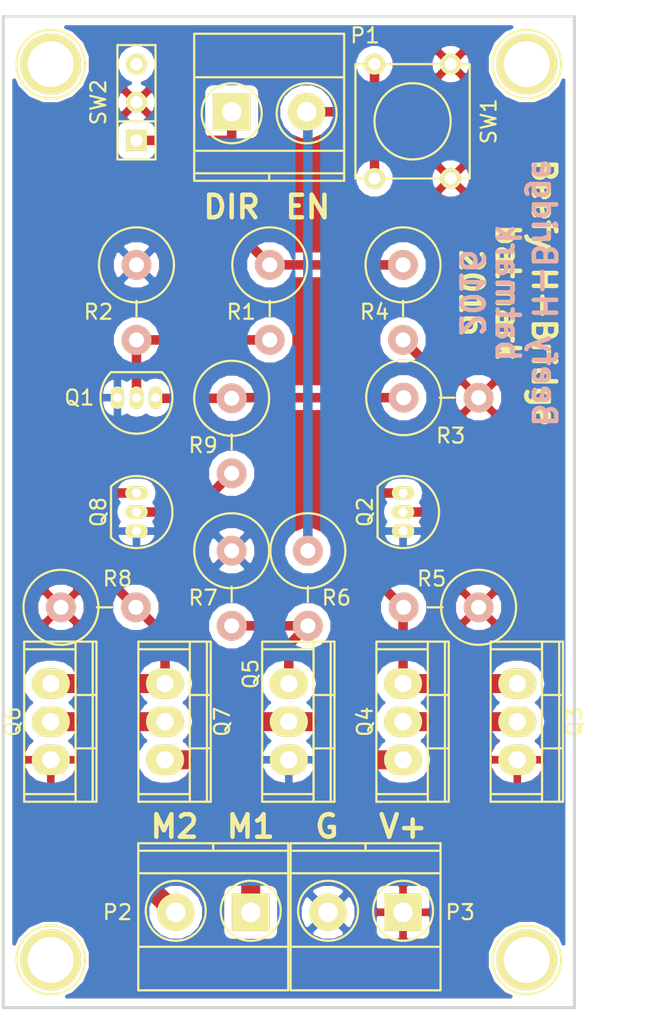
<source format=kicad_pcb>
(kicad_pcb (version 4) (host pcbnew 4.0.2-stable)

  (general
    (links 40)
    (no_connects 0)
    (area 132.806 67.151 177.559 135.899)
    (thickness 1.6)
    (drawings 12)
    (tracks 69)
    (zones 0)
    (modules 26)
    (nets 16)
  )

  (page A4)
  (layers
    (0 F.Cu signal)
    (31 B.Cu signal hide)
    (32 B.Adhes user)
    (33 F.Adhes user)
    (34 B.Paste user)
    (35 F.Paste user)
    (36 B.SilkS user)
    (37 F.SilkS user)
    (38 B.Mask user)
    (39 F.Mask user)
    (40 Dwgs.User user)
    (41 Cmts.User user)
    (42 Eco1.User user)
    (43 Eco2.User user)
    (44 Edge.Cuts user)
    (45 Margin user)
    (46 B.CrtYd user)
    (47 F.CrtYd user)
    (48 B.Fab user)
    (49 F.Fab user)
  )

  (setup
    (last_trace_width 0.635)
    (user_trace_width 0.635)
    (trace_clearance 0.254)
    (zone_clearance 0.508)
    (zone_45_only yes)
    (trace_min 0.1524)
    (segment_width 0.2)
    (edge_width 0.2)
    (via_size 0.6858)
    (via_drill 0.3302)
    (via_min_size 0.6858)
    (via_min_drill 0.3302)
    (uvia_size 0.3)
    (uvia_drill 0.1)
    (uvias_allowed no)
    (uvia_min_size 0.2)
    (uvia_min_drill 0.1)
    (pcb_text_width 0.3)
    (pcb_text_size 1.5 1.5)
    (mod_edge_width 0.15)
    (mod_text_size 1 1)
    (mod_text_width 0.15)
    (pad_size 1.524 1.524)
    (pad_drill 0.762)
    (pad_to_mask_clearance 0.2)
    (aux_axis_origin 0 0)
    (visible_elements 7FFFFFFF)
    (pcbplotparams
      (layerselection 0x010f0_80000001)
      (usegerberextensions false)
      (excludeedgelayer true)
      (linewidth 0.100000)
      (plotframeref false)
      (viasonmask false)
      (mode 1)
      (useauxorigin false)
      (hpglpennumber 1)
      (hpglpenspeed 20)
      (hpglpendiameter 15)
      (hpglpenoverlay 2)
      (psnegative false)
      (psa4output false)
      (plotreference true)
      (plotvalue false)
      (plotinvisibletext false)
      (padsonsilk false)
      (subtractmaskfromsilk true)
      (outputformat 1)
      (mirror false)
      (drillshape 0)
      (scaleselection 1)
      (outputdirectory GERBERS/))
  )

  (net 0 "")
  (net 1 A)
  (net 2 ENABLE)
  (net 3 +12V)
  (net 4 GND)
  (net 5 "Net-(Q1-Pad2)")
  (net 6 B)
  (net 7 "Net-(Q2-Pad2)")
  (net 8 "Net-(Q2-Pad1)")
  (net 9 "Net-(Q5-Pad1)")
  (net 10 "Net-(Q6-Pad1)")
  (net 11 "Net-(Q8-Pad2)")
  (net 12 M1)
  (net 13 M2)
  (net 14 G1)
  (net 15 "Net-(SW2-Pad3)")

  (net_class Default "This is the default net class."
    (clearance 0.254)
    (trace_width 0.635)
    (via_dia 0.6858)
    (via_drill 0.3302)
    (uvia_dia 0.3)
    (uvia_drill 0.1)
    (add_net A)
    (add_net B)
    (add_net ENABLE)
    (add_net "Net-(Q1-Pad2)")
    (add_net "Net-(Q2-Pad2)")
    (add_net "Net-(Q5-Pad1)")
    (add_net "Net-(Q8-Pad2)")
    (add_net "Net-(SW2-Pad3)")
  )

  (net_class Power ""
    (clearance 0.254)
    (trace_width 1.27)
    (via_dia 0.6858)
    (via_drill 0.3302)
    (uvia_dia 0.3)
    (uvia_drill 0.1)
    (add_net +12V)
    (add_net G1)
    (add_net GND)
    (add_net M1)
    (add_net M2)
    (add_net "Net-(Q2-Pad1)")
    (add_net "Net-(Q6-Pad1)")
  )

  (module Resistors_ThroughHole:Resistor_Vertical_RM5mm (layer F.Cu) (tedit 575CC2AE) (tstamp 57580BC1)
    (at 148.59 106.68 270)
    (descr "Resistor, Vertical, RM 5mm, 1/3W,")
    (tags "Resistor, Vertical, RM 5mm, 1/3W,")
    (path /5756CB3D)
    (fp_text reference R7 (at 0.635 1.905 360) (layer F.SilkS)
      (effects (font (size 1 1) (thickness 0.15)))
    )
    (fp_text value 1M (at -5.08 0 360) (layer F.Fab)
      (effects (font (size 1 1) (thickness 0.15)))
    )
    (fp_line (start -0.09906 0) (end 0.9017 0) (layer F.SilkS) (width 0.15))
    (fp_circle (center -2.49936 0) (end 0 0) (layer F.SilkS) (width 0.15))
    (pad 1 thru_hole circle (at -2.49936 0 270) (size 1.99898 1.99898) (drill 1.00076) (layers *.Cu *.SilkS *.Mask)
      (net 4 GND))
    (pad 2 thru_hole circle (at 2.5019 0 270) (size 1.99898 1.99898) (drill 1.00076) (layers *.Cu *.SilkS *.Mask)
      (net 9 "Net-(Q5-Pad1)"))
  )

  (module Resistors_ThroughHole:Resistor_Vertical_RM5mm (layer F.Cu) (tedit 575CC2AC) (tstamp 57580BBB)
    (at 153.67 106.68 270)
    (descr "Resistor, Vertical, RM 5mm, 1/3W,")
    (tags "Resistor, Vertical, RM 5mm, 1/3W,")
    (path /5756B0F7)
    (fp_text reference R6 (at 0.635 -1.905 360) (layer F.SilkS)
      (effects (font (size 1 1) (thickness 0.15)))
    )
    (fp_text value 1k (at -5.08 0 360) (layer F.Fab)
      (effects (font (size 1 1) (thickness 0.15)))
    )
    (fp_line (start -0.09906 0) (end 0.9017 0) (layer F.SilkS) (width 0.15))
    (fp_circle (center -2.49936 0) (end 0 0) (layer F.SilkS) (width 0.15))
    (pad 1 thru_hole circle (at -2.49936 0 270) (size 1.99898 1.99898) (drill 1.00076) (layers *.Cu *.SilkS *.Mask)
      (net 2 ENABLE))
    (pad 2 thru_hole circle (at 2.5019 0 270) (size 1.99898 1.99898) (drill 1.00076) (layers *.Cu *.SilkS *.Mask)
      (net 9 "Net-(Q5-Pad1)"))
  )

  (module Power_Integrations:TO-220 (layer F.Cu) (tedit 575C1110) (tstamp 57580B82)
    (at 152.4 115.57 270)
    (descr "Non Isolated JEDEC TO-220 Package")
    (tags "Power Integration YN Package")
    (path /5756AB93)
    (fp_text reference Q5 (at -3.175 2.54 270) (layer F.SilkS)
      (effects (font (size 1 1) (thickness 0.15)))
    )
    (fp_text value IRF540N (at 0 -24.13 270) (layer F.Fab)
      (effects (font (size 1 1) (thickness 0.15)))
    )
    (fp_line (start 4.826 -1.651) (end 4.826 1.778) (layer F.SilkS) (width 0.15))
    (fp_line (start -4.826 -1.651) (end -4.826 1.778) (layer F.SilkS) (width 0.15))
    (fp_line (start 5.334 -2.794) (end -5.334 -2.794) (layer F.SilkS) (width 0.15))
    (fp_line (start 1.778 -1.778) (end 1.778 -3.048) (layer F.SilkS) (width 0.15))
    (fp_line (start -1.778 -1.778) (end -1.778 -3.048) (layer F.SilkS) (width 0.15))
    (fp_line (start -5.334 -1.651) (end 5.334 -1.651) (layer F.SilkS) (width 0.15))
    (fp_line (start 5.334 1.778) (end -5.334 1.778) (layer F.SilkS) (width 0.15))
    (fp_line (start -5.334 -3.048) (end -5.334 1.778) (layer F.SilkS) (width 0.15))
    (fp_line (start 5.334 -3.048) (end 5.334 1.778) (layer F.SilkS) (width 0.15))
    (fp_line (start 5.334 -3.048) (end -5.334 -3.048) (layer F.SilkS) (width 0.15))
    (pad 2 thru_hole oval (at 0 0 270) (size 2.032 2.54) (drill 1.143) (layers *.Cu *.Mask F.SilkS)
      (net 14 G1))
    (pad 3 thru_hole oval (at 2.54 0 270) (size 2.032 2.54) (drill 1.143) (layers *.Cu *.Mask F.SilkS)
      (net 4 GND))
    (pad 1 thru_hole oval (at -2.54 0 270) (size 2.032 2.54) (drill 1.143) (layers *.Cu *.Mask F.SilkS)
      (net 9 "Net-(Q5-Pad1)"))
  )

  (module Power_Integrations:TO-220 (layer F.Cu) (tedit 575C10E6) (tstamp 57580B74)
    (at 167.64 115.57 270)
    (descr "Non Isolated JEDEC TO-220 Package")
    (tags "Power Integration YN Package")
    (path /5756A8B8)
    (fp_text reference Q3 (at 0 -3.81 270) (layer F.SilkS)
      (effects (font (size 1 1) (thickness 0.15)))
    )
    (fp_text value IRF9540N (at 0 -6.985 270) (layer F.Fab)
      (effects (font (size 1 1) (thickness 0.15)))
    )
    (fp_line (start 4.826 -1.651) (end 4.826 1.778) (layer F.SilkS) (width 0.15))
    (fp_line (start -4.826 -1.651) (end -4.826 1.778) (layer F.SilkS) (width 0.15))
    (fp_line (start 5.334 -2.794) (end -5.334 -2.794) (layer F.SilkS) (width 0.15))
    (fp_line (start 1.778 -1.778) (end 1.778 -3.048) (layer F.SilkS) (width 0.15))
    (fp_line (start -1.778 -1.778) (end -1.778 -3.048) (layer F.SilkS) (width 0.15))
    (fp_line (start -5.334 -1.651) (end 5.334 -1.651) (layer F.SilkS) (width 0.15))
    (fp_line (start 5.334 1.778) (end -5.334 1.778) (layer F.SilkS) (width 0.15))
    (fp_line (start -5.334 -3.048) (end -5.334 1.778) (layer F.SilkS) (width 0.15))
    (fp_line (start 5.334 -3.048) (end 5.334 1.778) (layer F.SilkS) (width 0.15))
    (fp_line (start 5.334 -3.048) (end -5.334 -3.048) (layer F.SilkS) (width 0.15))
    (pad 2 thru_hole oval (at 0 0 270) (size 2.032 2.54) (drill 1.143) (layers *.Cu *.Mask F.SilkS)
      (net 12 M1))
    (pad 3 thru_hole oval (at 2.54 0 270) (size 2.032 2.54) (drill 1.143) (layers *.Cu *.Mask F.SilkS)
      (net 3 +12V))
    (pad 1 thru_hole oval (at -2.54 0 270) (size 2.032 2.54) (drill 1.143) (layers *.Cu *.Mask F.SilkS)
      (net 8 "Net-(Q2-Pad1)"))
  )

  (module TO_SOT_Packages_THT:TO-92_Inline_Narrow_Oval (layer F.Cu) (tedit 575C1090) (tstamp 57580B66)
    (at 143.51 93.98 180)
    (descr "TO-92 leads in-line, narrow, oval pads, drill 0.6mm (see NXP sot054_po.pdf)")
    (tags "to-92 sc-43 sc-43a sot54 PA33 transistor")
    (path /5756CBC7)
    (fp_text reference Q1 (at 5.08 0 180) (layer F.SilkS)
      (effects (font (size 1 1) (thickness 0.15)))
    )
    (fp_text value BS170 (at 0 3 180) (layer F.Fab)
      (effects (font (size 1 1) (thickness 0.15)))
    )
    (fp_line (start -1.4 1.95) (end -1.4 -2.65) (layer F.CrtYd) (width 0.05))
    (fp_line (start -1.4 1.95) (end 3.95 1.95) (layer F.CrtYd) (width 0.05))
    (fp_line (start -0.43 1.7) (end 2.97 1.7) (layer F.SilkS) (width 0.15))
    (fp_arc (start 1.27 0) (end 1.27 -2.4) (angle -135) (layer F.SilkS) (width 0.15))
    (fp_arc (start 1.27 0) (end 1.27 -2.4) (angle 135) (layer F.SilkS) (width 0.15))
    (fp_line (start -1.4 -2.65) (end 3.95 -2.65) (layer F.CrtYd) (width 0.05))
    (fp_line (start 3.95 1.95) (end 3.95 -2.65) (layer F.CrtYd) (width 0.05))
    (pad 2 thru_hole oval (at 1.27 0) (size 0.89916 1.50114) (drill 0.6) (layers *.Cu *.Mask F.SilkS)
      (net 5 "Net-(Q1-Pad2)"))
    (pad 3 thru_hole oval (at 2.54 0) (size 0.89916 1.50114) (drill 0.6) (layers *.Cu *.Mask F.SilkS)
      (net 4 GND))
    (pad 1 thru_hole oval (at 0 0) (size 0.89916 1.50114) (drill 0.6) (layers *.Cu *.Mask F.SilkS)
      (net 6 B))
    (model TO_SOT_Packages_THT.3dshapes/TO-92_Inline_Narrow_Oval.wrl
      (at (xyz 0.05 0 0))
      (scale (xyz 1 1 1))
      (rotate (xyz 0 0 -90))
    )
  )

  (module TO_SOT_Packages_THT:TO-92_Inline_Narrow_Oval (layer F.Cu) (tedit 575CC293) (tstamp 57580B6D)
    (at 160.02 100.33 270)
    (descr "TO-92 leads in-line, narrow, oval pads, drill 0.6mm (see NXP sot054_po.pdf)")
    (tags "to-92 sc-43 sc-43a sot54 PA33 transistor")
    (path /5756BCDE)
    (fp_text reference Q2 (at 1.27 2.54 270) (layer F.SilkS)
      (effects (font (size 1 1) (thickness 0.15)))
    )
    (fp_text value BS170 (at 1.27 -3.81 270) (layer F.Fab)
      (effects (font (size 1 1) (thickness 0.15)))
    )
    (fp_line (start -1.4 1.95) (end -1.4 -2.65) (layer F.CrtYd) (width 0.05))
    (fp_line (start -1.4 1.95) (end 3.95 1.95) (layer F.CrtYd) (width 0.05))
    (fp_line (start -0.43 1.7) (end 2.97 1.7) (layer F.SilkS) (width 0.15))
    (fp_arc (start 1.27 0) (end 1.27 -2.4) (angle -135) (layer F.SilkS) (width 0.15))
    (fp_arc (start 1.27 0) (end 1.27 -2.4) (angle 135) (layer F.SilkS) (width 0.15))
    (fp_line (start -1.4 -2.65) (end 3.95 -2.65) (layer F.CrtYd) (width 0.05))
    (fp_line (start 3.95 1.95) (end 3.95 -2.65) (layer F.CrtYd) (width 0.05))
    (pad 2 thru_hole oval (at 1.27 0 90) (size 0.89916 1.50114) (drill 0.6) (layers *.Cu *.Mask F.SilkS)
      (net 7 "Net-(Q2-Pad2)"))
    (pad 3 thru_hole oval (at 2.54 0 90) (size 0.89916 1.50114) (drill 0.6) (layers *.Cu *.Mask F.SilkS)
      (net 4 GND))
    (pad 1 thru_hole oval (at 0 0 90) (size 0.89916 1.50114) (drill 0.6) (layers *.Cu *.Mask F.SilkS)
      (net 8 "Net-(Q2-Pad1)"))
    (model TO_SOT_Packages_THT.3dshapes/TO-92_Inline_Narrow_Oval.wrl
      (at (xyz 0.05 0 0))
      (scale (xyz 1 1 1))
      (rotate (xyz 0 0 -90))
    )
  )

  (module Power_Integrations:TO-220 (layer F.Cu) (tedit 575C1117) (tstamp 57580B7B)
    (at 160.02 115.57 270)
    (descr "Non Isolated JEDEC TO-220 Package")
    (tags "Power Integration YN Package")
    (path /57569DFA)
    (fp_text reference Q4 (at 0 2.54 270) (layer F.SilkS)
      (effects (font (size 1 1) (thickness 0.15)))
    )
    (fp_text value IRF540N (at 0 -15.24 270) (layer F.Fab)
      (effects (font (size 1 1) (thickness 0.15)))
    )
    (fp_line (start 4.826 -1.651) (end 4.826 1.778) (layer F.SilkS) (width 0.15))
    (fp_line (start -4.826 -1.651) (end -4.826 1.778) (layer F.SilkS) (width 0.15))
    (fp_line (start 5.334 -2.794) (end -5.334 -2.794) (layer F.SilkS) (width 0.15))
    (fp_line (start 1.778 -1.778) (end 1.778 -3.048) (layer F.SilkS) (width 0.15))
    (fp_line (start -1.778 -1.778) (end -1.778 -3.048) (layer F.SilkS) (width 0.15))
    (fp_line (start -5.334 -1.651) (end 5.334 -1.651) (layer F.SilkS) (width 0.15))
    (fp_line (start 5.334 1.778) (end -5.334 1.778) (layer F.SilkS) (width 0.15))
    (fp_line (start -5.334 -3.048) (end -5.334 1.778) (layer F.SilkS) (width 0.15))
    (fp_line (start 5.334 -3.048) (end 5.334 1.778) (layer F.SilkS) (width 0.15))
    (fp_line (start 5.334 -3.048) (end -5.334 -3.048) (layer F.SilkS) (width 0.15))
    (pad 2 thru_hole oval (at 0 0 270) (size 2.032 2.54) (drill 1.143) (layers *.Cu *.Mask F.SilkS)
      (net 12 M1))
    (pad 3 thru_hole oval (at 2.54 0 270) (size 2.032 2.54) (drill 1.143) (layers *.Cu *.Mask F.SilkS)
      (net 14 G1))
    (pad 1 thru_hole oval (at -2.54 0 270) (size 2.032 2.54) (drill 1.143) (layers *.Cu *.Mask F.SilkS)
      (net 8 "Net-(Q2-Pad1)"))
  )

  (module Power_Integrations:TO-220 (layer F.Cu) (tedit 575C1126) (tstamp 57580B89)
    (at 136.525 115.57 270)
    (descr "Non Isolated JEDEC TO-220 Package")
    (tags "Power Integration YN Package")
    (path /5756A94E)
    (fp_text reference Q6 (at 0 2.54 270) (layer F.SilkS)
      (effects (font (size 1 1) (thickness 0.15)))
    )
    (fp_text value IRF9540N (at 0 -4.318 270) (layer F.Fab)
      (effects (font (size 1 1) (thickness 0.15)))
    )
    (fp_line (start 4.826 -1.651) (end 4.826 1.778) (layer F.SilkS) (width 0.15))
    (fp_line (start -4.826 -1.651) (end -4.826 1.778) (layer F.SilkS) (width 0.15))
    (fp_line (start 5.334 -2.794) (end -5.334 -2.794) (layer F.SilkS) (width 0.15))
    (fp_line (start 1.778 -1.778) (end 1.778 -3.048) (layer F.SilkS) (width 0.15))
    (fp_line (start -1.778 -1.778) (end -1.778 -3.048) (layer F.SilkS) (width 0.15))
    (fp_line (start -5.334 -1.651) (end 5.334 -1.651) (layer F.SilkS) (width 0.15))
    (fp_line (start 5.334 1.778) (end -5.334 1.778) (layer F.SilkS) (width 0.15))
    (fp_line (start -5.334 -3.048) (end -5.334 1.778) (layer F.SilkS) (width 0.15))
    (fp_line (start 5.334 -3.048) (end 5.334 1.778) (layer F.SilkS) (width 0.15))
    (fp_line (start 5.334 -3.048) (end -5.334 -3.048) (layer F.SilkS) (width 0.15))
    (pad 2 thru_hole oval (at 0 0 270) (size 2.032 2.54) (drill 1.143) (layers *.Cu *.Mask F.SilkS)
      (net 13 M2))
    (pad 3 thru_hole oval (at 2.54 0 270) (size 2.032 2.54) (drill 1.143) (layers *.Cu *.Mask F.SilkS)
      (net 3 +12V))
    (pad 1 thru_hole oval (at -2.54 0 270) (size 2.032 2.54) (drill 1.143) (layers *.Cu *.Mask F.SilkS)
      (net 10 "Net-(Q6-Pad1)"))
  )

  (module Power_Integrations:TO-220 (layer F.Cu) (tedit 575C1115) (tstamp 57580B90)
    (at 144.145 115.57 270)
    (descr "Non Isolated JEDEC TO-220 Package")
    (tags "Power Integration YN Package")
    (path /57569EF1)
    (fp_text reference Q7 (at 0 -3.81 270) (layer F.SilkS)
      (effects (font (size 1 1) (thickness 0.15)))
    )
    (fp_text value IRF540N (at 0 -4.318 270) (layer F.Fab)
      (effects (font (size 1 1) (thickness 0.15)))
    )
    (fp_line (start 4.826 -1.651) (end 4.826 1.778) (layer F.SilkS) (width 0.15))
    (fp_line (start -4.826 -1.651) (end -4.826 1.778) (layer F.SilkS) (width 0.15))
    (fp_line (start 5.334 -2.794) (end -5.334 -2.794) (layer F.SilkS) (width 0.15))
    (fp_line (start 1.778 -1.778) (end 1.778 -3.048) (layer F.SilkS) (width 0.15))
    (fp_line (start -1.778 -1.778) (end -1.778 -3.048) (layer F.SilkS) (width 0.15))
    (fp_line (start -5.334 -1.651) (end 5.334 -1.651) (layer F.SilkS) (width 0.15))
    (fp_line (start 5.334 1.778) (end -5.334 1.778) (layer F.SilkS) (width 0.15))
    (fp_line (start -5.334 -3.048) (end -5.334 1.778) (layer F.SilkS) (width 0.15))
    (fp_line (start 5.334 -3.048) (end 5.334 1.778) (layer F.SilkS) (width 0.15))
    (fp_line (start 5.334 -3.048) (end -5.334 -3.048) (layer F.SilkS) (width 0.15))
    (pad 2 thru_hole oval (at 0 0 270) (size 2.032 2.54) (drill 1.143) (layers *.Cu *.Mask F.SilkS)
      (net 13 M2))
    (pad 3 thru_hole oval (at 2.54 0 270) (size 2.032 2.54) (drill 1.143) (layers *.Cu *.Mask F.SilkS)
      (net 14 G1))
    (pad 1 thru_hole oval (at -2.54 0 270) (size 2.032 2.54) (drill 1.143) (layers *.Cu *.Mask F.SilkS)
      (net 10 "Net-(Q6-Pad1)"))
  )

  (module TO_SOT_Packages_THT:TO-92_Inline_Narrow_Oval (layer F.Cu) (tedit 575C107A) (tstamp 57580B97)
    (at 142.24 100.33 270)
    (descr "TO-92 leads in-line, narrow, oval pads, drill 0.6mm (see NXP sot054_po.pdf)")
    (tags "to-92 sc-43 sc-43a sot54 PA33 transistor")
    (path /5756BC61)
    (fp_text reference Q8 (at 1.27 2.54 270) (layer F.SilkS)
      (effects (font (size 1 1) (thickness 0.15)))
    )
    (fp_text value BS170 (at -1.905 5.08 270) (layer F.Fab)
      (effects (font (size 1 1) (thickness 0.15)))
    )
    (fp_line (start -1.4 1.95) (end -1.4 -2.65) (layer F.CrtYd) (width 0.05))
    (fp_line (start -1.4 1.95) (end 3.95 1.95) (layer F.CrtYd) (width 0.05))
    (fp_line (start -0.43 1.7) (end 2.97 1.7) (layer F.SilkS) (width 0.15))
    (fp_arc (start 1.27 0) (end 1.27 -2.4) (angle -135) (layer F.SilkS) (width 0.15))
    (fp_arc (start 1.27 0) (end 1.27 -2.4) (angle 135) (layer F.SilkS) (width 0.15))
    (fp_line (start -1.4 -2.65) (end 3.95 -2.65) (layer F.CrtYd) (width 0.05))
    (fp_line (start 3.95 1.95) (end 3.95 -2.65) (layer F.CrtYd) (width 0.05))
    (pad 2 thru_hole oval (at 1.27 0 90) (size 0.89916 1.50114) (drill 0.6) (layers *.Cu *.Mask F.SilkS)
      (net 11 "Net-(Q8-Pad2)"))
    (pad 3 thru_hole oval (at 2.54 0 90) (size 0.89916 1.50114) (drill 0.6) (layers *.Cu *.Mask F.SilkS)
      (net 4 GND))
    (pad 1 thru_hole oval (at 0 0 90) (size 0.89916 1.50114) (drill 0.6) (layers *.Cu *.Mask F.SilkS)
      (net 10 "Net-(Q6-Pad1)"))
    (model TO_SOT_Packages_THT.3dshapes/TO-92_Inline_Narrow_Oval.wrl
      (at (xyz 0.05 0 0))
      (scale (xyz 1 1 1))
      (rotate (xyz 0 0 -90))
    )
  )

  (module Resistors_ThroughHole:Resistor_Vertical_RM5mm (layer F.Cu) (tedit 575C114F) (tstamp 57580B9D)
    (at 151.13 87.63 270)
    (descr "Resistor, Vertical, RM 5mm, 1/3W,")
    (tags "Resistor, Vertical, RM 5mm, 1/3W,")
    (path /5756CD7F)
    (fp_text reference R1 (at 0.635 1.905 360) (layer F.SilkS)
      (effects (font (size 1 1) (thickness 0.15)))
    )
    (fp_text value 1k (at 0 4.50088 270) (layer F.Fab)
      (effects (font (size 1 1) (thickness 0.15)))
    )
    (fp_line (start -0.09906 0) (end 0.9017 0) (layer F.SilkS) (width 0.15))
    (fp_circle (center -2.49936 0) (end 0 0) (layer F.SilkS) (width 0.15))
    (pad 1 thru_hole circle (at -2.49936 0 270) (size 1.99898 1.99898) (drill 1.00076) (layers *.Cu *.SilkS *.Mask)
      (net 1 A))
    (pad 2 thru_hole circle (at 2.5019 0 270) (size 1.99898 1.99898) (drill 1.00076) (layers *.Cu *.SilkS *.Mask)
      (net 5 "Net-(Q1-Pad2)"))
  )

  (module Resistors_ThroughHole:Resistor_Vertical_RM5mm (layer F.Cu) (tedit 575C1155) (tstamp 57580BA3)
    (at 142.24 87.63 270)
    (descr "Resistor, Vertical, RM 5mm, 1/3W,")
    (tags "Resistor, Vertical, RM 5mm, 1/3W,")
    (path /5756DAA9)
    (fp_text reference R2 (at 0.635 2.54 360) (layer F.SilkS)
      (effects (font (size 1 1) (thickness 0.15)))
    )
    (fp_text value 1M (at 0 4.50088 270) (layer F.Fab)
      (effects (font (size 1 1) (thickness 0.15)))
    )
    (fp_line (start -0.09906 0) (end 0.9017 0) (layer F.SilkS) (width 0.15))
    (fp_circle (center -2.49936 0) (end 0 0) (layer F.SilkS) (width 0.15))
    (pad 1 thru_hole circle (at -2.49936 0 270) (size 1.99898 1.99898) (drill 1.00076) (layers *.Cu *.SilkS *.Mask)
      (net 4 GND))
    (pad 2 thru_hole circle (at 2.5019 0 270) (size 1.99898 1.99898) (drill 1.00076) (layers *.Cu *.SilkS *.Mask)
      (net 5 "Net-(Q1-Pad2)"))
  )

  (module Resistors_ThroughHole:Resistor_Vertical_RM5mm (layer F.Cu) (tedit 575CC2A3) (tstamp 57580BA9)
    (at 162.56 93.98)
    (descr "Resistor, Vertical, RM 5mm, 1/3W,")
    (tags "Resistor, Vertical, RM 5mm, 1/3W,")
    (path /5756CC2C)
    (fp_text reference R3 (at 0.635 2.54) (layer F.SilkS)
      (effects (font (size 1 1) (thickness 0.15)))
    )
    (fp_text value 1k (at 5.08 0) (layer F.Fab)
      (effects (font (size 1 1) (thickness 0.15)))
    )
    (fp_line (start -0.09906 0) (end 0.9017 0) (layer F.SilkS) (width 0.15))
    (fp_circle (center -2.49936 0) (end 0 0) (layer F.SilkS) (width 0.15))
    (pad 1 thru_hole circle (at -2.49936 0) (size 1.99898 1.99898) (drill 1.00076) (layers *.Cu *.SilkS *.Mask)
      (net 6 B))
    (pad 2 thru_hole circle (at 2.5019 0) (size 1.99898 1.99898) (drill 1.00076) (layers *.Cu *.SilkS *.Mask)
      (net 3 +12V))
  )

  (module Resistors_ThroughHole:Resistor_Vertical_RM5mm (layer F.Cu) (tedit 575CC2D4) (tstamp 57580BAF)
    (at 160.02 87.63 270)
    (descr "Resistor, Vertical, RM 5mm, 1/3W,")
    (tags "Resistor, Vertical, RM 5mm, 1/3W,")
    (path /5756C3CE)
    (fp_text reference R4 (at 0.635 1.905 360) (layer F.SilkS)
      (effects (font (size 1 1) (thickness 0.15)))
    )
    (fp_text value 1M (at 0.635 -1.905 360) (layer F.Fab)
      (effects (font (size 1 1) (thickness 0.15)))
    )
    (fp_line (start -0.09906 0) (end 0.9017 0) (layer F.SilkS) (width 0.15))
    (fp_circle (center -2.49936 0) (end 0 0) (layer F.SilkS) (width 0.15))
    (pad 1 thru_hole circle (at -2.49936 0 270) (size 1.99898 1.99898) (drill 1.00076) (layers *.Cu *.SilkS *.Mask)
      (net 1 A))
    (pad 2 thru_hole circle (at 2.5019 0 270) (size 1.99898 1.99898) (drill 1.00076) (layers *.Cu *.SilkS *.Mask)
      (net 7 "Net-(Q2-Pad2)"))
  )

  (module Resistors_ThroughHole:Resistor_Vertical_RM5mm (layer F.Cu) (tedit 575CC28C) (tstamp 57580BB5)
    (at 162.56 107.95 180)
    (descr "Resistor, Vertical, RM 5mm, 1/3W,")
    (tags "Resistor, Vertical, RM 5mm, 1/3W,")
    (path /5756B9C4)
    (fp_text reference R5 (at 0.635 1.905 180) (layer F.SilkS)
      (effects (font (size 1 1) (thickness 0.15)))
    )
    (fp_text value 1M (at -5.08 0 180) (layer F.Fab)
      (effects (font (size 1 1) (thickness 0.15)))
    )
    (fp_line (start -0.09906 0) (end 0.9017 0) (layer F.SilkS) (width 0.15))
    (fp_circle (center -2.49936 0) (end 0 0) (layer F.SilkS) (width 0.15))
    (pad 1 thru_hole circle (at -2.49936 0 180) (size 1.99898 1.99898) (drill 1.00076) (layers *.Cu *.SilkS *.Mask)
      (net 3 +12V))
    (pad 2 thru_hole circle (at 2.5019 0 180) (size 1.99898 1.99898) (drill 1.00076) (layers *.Cu *.SilkS *.Mask)
      (net 8 "Net-(Q2-Pad1)"))
  )

  (module Resistors_ThroughHole:Resistor_Vertical_RM5mm (layer F.Cu) (tedit 575CC271) (tstamp 57580BC7)
    (at 139.7 107.95)
    (descr "Resistor, Vertical, RM 5mm, 1/3W,")
    (tags "Resistor, Vertical, RM 5mm, 1/3W,")
    (path /5756BB93)
    (fp_text reference R8 (at 1.27 -1.905) (layer F.SilkS)
      (effects (font (size 1 1) (thickness 0.15)))
    )
    (fp_text value 1M (at -2.54 -1.905) (layer F.Fab)
      (effects (font (size 1 1) (thickness 0.15)))
    )
    (fp_line (start -0.09906 0) (end 0.9017 0) (layer F.SilkS) (width 0.15))
    (fp_circle (center -2.49936 0) (end 0 0) (layer F.SilkS) (width 0.15))
    (pad 1 thru_hole circle (at -2.49936 0) (size 1.99898 1.99898) (drill 1.00076) (layers *.Cu *.SilkS *.Mask)
      (net 3 +12V))
    (pad 2 thru_hole circle (at 2.5019 0) (size 1.99898 1.99898) (drill 1.00076) (layers *.Cu *.SilkS *.Mask)
      (net 10 "Net-(Q6-Pad1)"))
  )

  (module Resistors_ThroughHole:Resistor_Vertical_RM5mm (layer F.Cu) (tedit 575CC2CC) (tstamp 57580BCD)
    (at 148.59 96.52 270)
    (descr "Resistor, Vertical, RM 5mm, 1/3W,")
    (tags "Resistor, Vertical, RM 5mm, 1/3W,")
    (path /5756C464)
    (fp_text reference R9 (at 0.635 1.905 360) (layer F.SilkS)
      (effects (font (size 1 1) (thickness 0.15)))
    )
    (fp_text value 1M (at 0.635 -1.905 360) (layer F.Fab)
      (effects (font (size 1 1) (thickness 0.15)))
    )
    (fp_line (start -0.09906 0) (end 0.9017 0) (layer F.SilkS) (width 0.15))
    (fp_circle (center -2.49936 0) (end 0 0) (layer F.SilkS) (width 0.15))
    (pad 1 thru_hole circle (at -2.49936 0 270) (size 1.99898 1.99898) (drill 1.00076) (layers *.Cu *.SilkS *.Mask)
      (net 6 B))
    (pad 2 thru_hole circle (at 2.5019 0 270) (size 1.99898 1.99898) (drill 1.00076) (layers *.Cu *.SilkS *.Mask)
      (net 11 "Net-(Q8-Pad2)"))
  )

  (module Buttons_Switches_ThroughHole:SW_PUSH_SMALL (layer F.Cu) (tedit 575C16FC) (tstamp 57580BD5)
    (at 160.655 75.565 270)
    (path /5756EF90)
    (fp_text reference SW1 (at 0 -5.08 270) (layer F.SilkS)
      (effects (font (size 1 1) (thickness 0.15)))
    )
    (fp_text value SW_PUSH (at 0 1.016 270) (layer F.Fab)
      (effects (font (size 1 1) (thickness 0.15)))
    )
    (fp_circle (center 0 0) (end 0 -2.54) (layer F.SilkS) (width 0.15))
    (fp_line (start -3.81 -3.81) (end 3.81 -3.81) (layer F.SilkS) (width 0.15))
    (fp_line (start 3.81 -3.81) (end 3.81 3.81) (layer F.SilkS) (width 0.15))
    (fp_line (start 3.81 3.81) (end -3.81 3.81) (layer F.SilkS) (width 0.15))
    (fp_line (start -3.81 -3.81) (end -3.81 3.81) (layer F.SilkS) (width 0.15))
    (pad 1 thru_hole circle (at 3.81 -2.54 270) (size 1.397 1.397) (drill 0.8128) (layers *.Cu *.Mask F.SilkS)
      (net 3 +12V))
    (pad 2 thru_hole circle (at 3.81 2.54 270) (size 1.397 1.397) (drill 0.8128) (layers *.Cu *.Mask F.SilkS)
      (net 2 ENABLE))
    (pad 1 thru_hole circle (at -3.81 -2.54 270) (size 1.397 1.397) (drill 0.8128) (layers *.Cu *.Mask F.SilkS)
      (net 3 +12V))
    (pad 2 thru_hole circle (at -3.81 2.54 270) (size 1.397 1.397) (drill 0.8128) (layers *.Cu *.Mask F.SilkS)
      (net 2 ENABLE))
  )

  (module Connect:1pin (layer F.Cu) (tedit 575C170E) (tstamp 575C1636)
    (at 168.275 71.755)
    (descr "module 1 pin (ou trou mecanique de percage)")
    (tags DEV)
    (fp_text reference REF** (at 0 -3.048) (layer F.SilkS) hide
      (effects (font (size 1 1) (thickness 0.15)))
    )
    (fp_text value 1pin (at 0 2.794) (layer F.Fab)
      (effects (font (size 1 1) (thickness 0.15)))
    )
    (fp_circle (center 0 0) (end 0 -2.286) (layer F.SilkS) (width 0.15))
    (pad 1 thru_hole circle (at 0 0) (size 4.064 4.064) (drill 3.048) (layers *.Cu *.Mask F.SilkS))
  )

  (module Connect:1pin (layer F.Cu) (tedit 575C1711) (tstamp 575C16BC)
    (at 136.525 71.755)
    (descr "module 1 pin (ou trou mecanique de percage)")
    (tags DEV)
    (fp_text reference REF** (at 0 -3.048) (layer F.SilkS) hide
      (effects (font (size 1 1) (thickness 0.15)))
    )
    (fp_text value 1pin (at 0 2.794) (layer F.Fab)
      (effects (font (size 1 1) (thickness 0.15)))
    )
    (fp_circle (center 0 0) (end 0 -2.286) (layer F.SilkS) (width 0.15))
    (pad 1 thru_hole circle (at 0 0) (size 4.064 4.064) (drill 3.048) (layers *.Cu *.Mask F.SilkS))
  )

  (module Connect:1pin (layer F.Cu) (tedit 575C171E) (tstamp 575C16CE)
    (at 136.525 131.445)
    (descr "module 1 pin (ou trou mecanique de percage)")
    (tags DEV)
    (fp_text reference REF** (at 0 -3.048) (layer F.SilkS) hide
      (effects (font (size 1 1) (thickness 0.15)))
    )
    (fp_text value 1pin (at 0 2.794) (layer F.Fab)
      (effects (font (size 1 1) (thickness 0.15)))
    )
    (fp_circle (center 0 0) (end 0 -2.286) (layer F.SilkS) (width 0.15))
    (pad 1 thru_hole circle (at 0 0) (size 4.064 4.064) (drill 3.048) (layers *.Cu *.Mask F.SilkS))
  )

  (module Connect:1pin (layer F.Cu) (tedit 575C171A) (tstamp 575C16D7)
    (at 168.275 131.445)
    (descr "module 1 pin (ou trou mecanique de percage)")
    (tags DEV)
    (fp_text reference REF** (at 0 -3.048) (layer F.SilkS) hide
      (effects (font (size 1 1) (thickness 0.15)))
    )
    (fp_text value 1pin (at 0 2.794) (layer F.Fab)
      (effects (font (size 1 1) (thickness 0.15)))
    )
    (fp_circle (center 0 0) (end 0 -2.286) (layer F.SilkS) (width 0.15))
    (pad 1 thru_hole circle (at 0 0) (size 4.064 4.064) (drill 3.048) (layers *.Cu *.Mask F.SilkS))
  )

  (module Terminal_Blocks:TerminalBlock_Pheonix_MKDS1.5-2pol (layer F.Cu) (tedit 575CC776) (tstamp 575CBF8E)
    (at 148.59 74.93)
    (descr "2-way 5mm pitch terminal block, Phoenix MKDS series")
    (path /5756E802)
    (fp_text reference P1 (at 8.89 -5.08) (layer F.SilkS)
      (effects (font (size 1 1) (thickness 0.15)))
    )
    (fp_text value CONN_01X02 (at 2.5 -6.6) (layer F.Fab)
      (effects (font (size 1 1) (thickness 0.15)))
    )
    (fp_line (start -2.7 -5.4) (end 7.7 -5.4) (layer F.CrtYd) (width 0.05))
    (fp_line (start -2.7 4.8) (end -2.7 -5.4) (layer F.CrtYd) (width 0.05))
    (fp_line (start 7.7 4.8) (end -2.7 4.8) (layer F.CrtYd) (width 0.05))
    (fp_line (start 7.7 -5.4) (end 7.7 4.8) (layer F.CrtYd) (width 0.05))
    (fp_line (start 2.5 4.1) (end 2.5 4.6) (layer F.SilkS) (width 0.15))
    (fp_circle (center 5 0.1) (end 3 0.1) (layer F.SilkS) (width 0.15))
    (fp_circle (center 0 0.1) (end 2 0.1) (layer F.SilkS) (width 0.15))
    (fp_line (start -2.5 2.6) (end 7.5 2.6) (layer F.SilkS) (width 0.15))
    (fp_line (start -2.5 -2.3) (end 7.5 -2.3) (layer F.SilkS) (width 0.15))
    (fp_line (start -2.5 4.1) (end 7.5 4.1) (layer F.SilkS) (width 0.15))
    (fp_line (start -2.5 4.6) (end 7.5 4.6) (layer F.SilkS) (width 0.15))
    (fp_line (start 7.5 4.6) (end 7.5 -5.2) (layer F.SilkS) (width 0.15))
    (fp_line (start 7.5 -5.2) (end -2.5 -5.2) (layer F.SilkS) (width 0.15))
    (fp_line (start -2.5 -5.2) (end -2.5 4.6) (layer F.SilkS) (width 0.15))
    (pad 1 thru_hole rect (at 0 0) (size 2.5 2.5) (drill 1.3) (layers *.Cu *.Mask F.SilkS)
      (net 1 A))
    (pad 2 thru_hole circle (at 5 0) (size 2.5 2.5) (drill 1.3) (layers *.Cu *.Mask F.SilkS)
      (net 2 ENABLE))
    (model Terminal_Blocks.3dshapes/TerminalBlock_Pheonix_MKDS1.5-2pol.wrl
      (at (xyz 0.0984 0 0))
      (scale (xyz 1 1 1))
      (rotate (xyz 0 0 0))
    )
  )

  (module Terminal_Blocks:TerminalBlock_Pheonix_MKDS1.5-2pol (layer F.Cu) (tedit 575CC715) (tstamp 575CBF93)
    (at 149.86 128.27 180)
    (descr "2-way 5mm pitch terminal block, Phoenix MKDS series")
    (path /575712C3)
    (fp_text reference P2 (at 8.89 0 180) (layer F.SilkS)
      (effects (font (size 1 1) (thickness 0.15)))
    )
    (fp_text value CONN_01X02 (at 2.5 -6.6 180) (layer F.Fab)
      (effects (font (size 1 1) (thickness 0.15)))
    )
    (fp_line (start -2.7 -5.4) (end 7.7 -5.4) (layer F.CrtYd) (width 0.05))
    (fp_line (start -2.7 4.8) (end -2.7 -5.4) (layer F.CrtYd) (width 0.05))
    (fp_line (start 7.7 4.8) (end -2.7 4.8) (layer F.CrtYd) (width 0.05))
    (fp_line (start 7.7 -5.4) (end 7.7 4.8) (layer F.CrtYd) (width 0.05))
    (fp_line (start 2.5 4.1) (end 2.5 4.6) (layer F.SilkS) (width 0.15))
    (fp_circle (center 5 0.1) (end 3 0.1) (layer F.SilkS) (width 0.15))
    (fp_circle (center 0 0.1) (end 2 0.1) (layer F.SilkS) (width 0.15))
    (fp_line (start -2.5 2.6) (end 7.5 2.6) (layer F.SilkS) (width 0.15))
    (fp_line (start -2.5 -2.3) (end 7.5 -2.3) (layer F.SilkS) (width 0.15))
    (fp_line (start -2.5 4.1) (end 7.5 4.1) (layer F.SilkS) (width 0.15))
    (fp_line (start -2.5 4.6) (end 7.5 4.6) (layer F.SilkS) (width 0.15))
    (fp_line (start 7.5 4.6) (end 7.5 -5.2) (layer F.SilkS) (width 0.15))
    (fp_line (start 7.5 -5.2) (end -2.5 -5.2) (layer F.SilkS) (width 0.15))
    (fp_line (start -2.5 -5.2) (end -2.5 4.6) (layer F.SilkS) (width 0.15))
    (pad 1 thru_hole rect (at 0 0 180) (size 2.5 2.5) (drill 1.3) (layers *.Cu *.Mask F.SilkS)
      (net 12 M1))
    (pad 2 thru_hole circle (at 5 0 180) (size 2.5 2.5) (drill 1.3) (layers *.Cu *.Mask F.SilkS)
      (net 13 M2))
    (model Terminal_Blocks.3dshapes/TerminalBlock_Pheonix_MKDS1.5-2pol.wrl
      (at (xyz 0.0984 0 0))
      (scale (xyz 1 1 1))
      (rotate (xyz 0 0 0))
    )
  )

  (module Terminal_Blocks:TerminalBlock_Pheonix_MKDS1.5-2pol (layer F.Cu) (tedit 575CC718) (tstamp 575CBF98)
    (at 160.02 128.27 180)
    (descr "2-way 5mm pitch terminal block, Phoenix MKDS series")
    (path /57572A76)
    (fp_text reference P3 (at -3.81 0 180) (layer F.SilkS)
      (effects (font (size 1 1) (thickness 0.15)))
    )
    (fp_text value CONN_01X02 (at 2.5 -6.6 180) (layer F.Fab)
      (effects (font (size 1 1) (thickness 0.15)))
    )
    (fp_line (start -2.7 -5.4) (end 7.7 -5.4) (layer F.CrtYd) (width 0.05))
    (fp_line (start -2.7 4.8) (end -2.7 -5.4) (layer F.CrtYd) (width 0.05))
    (fp_line (start 7.7 4.8) (end -2.7 4.8) (layer F.CrtYd) (width 0.05))
    (fp_line (start 7.7 -5.4) (end 7.7 4.8) (layer F.CrtYd) (width 0.05))
    (fp_line (start 2.5 4.1) (end 2.5 4.6) (layer F.SilkS) (width 0.15))
    (fp_circle (center 5 0.1) (end 3 0.1) (layer F.SilkS) (width 0.15))
    (fp_circle (center 0 0.1) (end 2 0.1) (layer F.SilkS) (width 0.15))
    (fp_line (start -2.5 2.6) (end 7.5 2.6) (layer F.SilkS) (width 0.15))
    (fp_line (start -2.5 -2.3) (end 7.5 -2.3) (layer F.SilkS) (width 0.15))
    (fp_line (start -2.5 4.1) (end 7.5 4.1) (layer F.SilkS) (width 0.15))
    (fp_line (start -2.5 4.6) (end 7.5 4.6) (layer F.SilkS) (width 0.15))
    (fp_line (start 7.5 4.6) (end 7.5 -5.2) (layer F.SilkS) (width 0.15))
    (fp_line (start 7.5 -5.2) (end -2.5 -5.2) (layer F.SilkS) (width 0.15))
    (fp_line (start -2.5 -5.2) (end -2.5 4.6) (layer F.SilkS) (width 0.15))
    (pad 1 thru_hole rect (at 0 0 180) (size 2.5 2.5) (drill 1.3) (layers *.Cu *.Mask F.SilkS)
      (net 3 +12V))
    (pad 2 thru_hole circle (at 5 0 180) (size 2.5 2.5) (drill 1.3) (layers *.Cu *.Mask F.SilkS)
      (net 4 GND))
    (model Terminal_Blocks.3dshapes/TerminalBlock_Pheonix_MKDS1.5-2pol.wrl
      (at (xyz 0.0984 0 0))
      (scale (xyz 1 1 1))
      (rotate (xyz 0 0 0))
    )
  )

  (module Buttons_Switches_ThroughHole:SW_Micro_SPST (layer F.Cu) (tedit 54BFC180) (tstamp 575CC59F)
    (at 142.24 74.295 90)
    (tags "Switch Micro SPST")
    (path /575CC954)
    (fp_text reference SW2 (at 0 -2.54 90) (layer F.SilkS)
      (effects (font (size 1 1) (thickness 0.15)))
    )
    (fp_text value SWITCH_INV (at 0.025 2.45 90) (layer F.Fab)
      (effects (font (size 1 1) (thickness 0.15)))
    )
    (fp_line (start -3.81 1.27) (end -3.81 -1.27) (layer F.SilkS) (width 0.15))
    (fp_line (start -3.81 -1.27) (end 3.81 -1.27) (layer F.SilkS) (width 0.15))
    (fp_line (start 3.81 -1.27) (end 3.81 1.27) (layer F.SilkS) (width 0.15))
    (fp_line (start 3.81 1.27) (end -3.81 1.27) (layer F.SilkS) (width 0.15))
    (fp_line (start -1.27 -1.27) (end -1.27 1.27) (layer F.SilkS) (width 0.15))
    (pad 1 thru_hole rect (at -2.54 0 90) (size 1.397 1.397) (drill 0.8128) (layers *.Cu *.Mask F.SilkS)
      (net 1 A))
    (pad 2 thru_hole circle (at 0 0 90) (size 1.397 1.397) (drill 0.8128) (layers *.Cu *.Mask F.SilkS)
      (net 3 +12V))
    (pad 3 thru_hole circle (at 2.54 0 90) (size 1.397 1.397) (drill 0.8128) (layers *.Cu *.Mask F.SilkS)
      (net 15 "Net-(SW2-Pad3)"))
    (model Buttons_Switches_ThroughHole.3dshapes/SW_Micro_SPST.wrl
      (at (xyz 0 0 0))
      (scale (xyz 0.33 0.33 0.33))
      (rotate (xyz 0 0 0))
    )
  )

  (gr_text "Beefy H-Bridge\nbatmark\n2016" (at 167.005 86.995 270) (layer F.SilkS)
    (effects (font (size 1.5 1.5) (thickness 0.3)))
  )
  (gr_text DIR (at 148.59 81.28) (layer F.SilkS)
    (effects (font (size 1.5 1.5) (thickness 0.3)))
  )
  (gr_text EN (at 153.67 81.28) (layer F.SilkS)
    (effects (font (size 1.5 1.5) (thickness 0.3)))
  )
  (gr_text V+ (at 160.02 122.555) (layer F.SilkS)
    (effects (font (size 1.5 1.5) (thickness 0.3)))
  )
  (gr_text G (at 154.94 122.555) (layer F.SilkS)
    (effects (font (size 1.5 1.5) (thickness 0.3)))
  )
  (gr_text M2 (at 144.78 122.555) (layer F.SilkS)
    (effects (font (size 1.5 1.5) (thickness 0.3)))
  )
  (gr_text M1 (at 149.86 122.555) (layer F.SilkS)
    (effects (font (size 1.5 1.5) (thickness 0.3)))
  )
  (gr_line (start 133.35 134.62) (end 171.45 134.62) (angle 90) (layer Edge.Cuts) (width 0.2))
  (gr_line (start 133.35 68.58) (end 133.35 134.62) (angle 90) (layer Edge.Cuts) (width 0.2))
  (gr_line (start 171.45 68.58) (end 171.45 134.62) (angle 90) (layer Edge.Cuts) (width 0.2))
  (gr_line (start 133.35 68.58) (end 171.45 68.58) (angle 90) (layer Edge.Cuts) (width 0.15))
  (gr_text "Beefy H-Bridge\nbatmark\n2016" (at 167.005 86.995 270) (layer B.SilkS)
    (effects (font (size 1.5 1.5) (thickness 0.3)) (justify mirror))
  )

  (segment (start 142.24 76.835) (end 148.59 76.835) (width 0.635) (layer F.Cu) (net 1))
  (segment (start 148.59 74.93) (end 148.59 76.835) (width 0.635) (layer F.Cu) (net 1))
  (segment (start 148.59 76.835) (end 148.59 80.01) (width 0.635) (layer F.Cu) (net 1) (tstamp 575CC695))
  (segment (start 148.59 80.01) (end 148.59 81.915) (width 0.635) (layer F.Cu) (net 1) (tstamp 575C16B5))
  (segment (start 148.59 81.915) (end 148.59 82.59064) (width 0.635) (layer F.Cu) (net 1) (tstamp 575CC5F3))
  (segment (start 148.59 82.59064) (end 151.13 85.13064) (width 0.635) (layer F.Cu) (net 1) (tstamp 575C0ACA))
  (segment (start 160.02 85.13064) (end 151.13 85.13064) (width 0.635) (layer F.Cu) (net 1))
  (segment (start 158.115 71.755) (end 158.115 74.93) (width 0.635) (layer F.Cu) (net 2))
  (segment (start 153.59 74.93) (end 158.115 74.93) (width 0.635) (layer F.Cu) (net 2))
  (segment (start 158.115 74.93) (end 158.115 79.375) (width 0.635) (layer F.Cu) (net 2) (tstamp 575CC665))
  (segment (start 153.67 104.18064) (end 153.67 75.01) (width 0.635) (layer B.Cu) (net 2))
  (segment (start 153.67 75.01) (end 153.59 74.93) (width 0.635) (layer B.Cu) (net 2) (tstamp 575C0A7E))
  (segment (start 165.05936 93.98254) (end 165.0619 93.98) (width 1.27) (layer F.Cu) (net 3) (tstamp 575C0BD8))
  (segment (start 137.20064 107.95) (end 137.16 107.95) (width 1.27) (layer F.Cu) (net 3))
  (segment (start 165.0619 93.98) (end 165.0619 94.0181) (width 1.27) (layer F.Cu) (net 3))
  (segment (start 165.1 107.9881) (end 165.0619 107.95) (width 1.27) (layer F.Cu) (net 3) (tstamp 575C0708))
  (segment (start 142.24 90.1319) (end 151.13 90.1319) (width 0.635) (layer F.Cu) (net 5))
  (segment (start 142.24 93.98) (end 142.24 90.1319) (width 0.635) (layer F.Cu) (net 5))
  (segment (start 148.59 94.02064) (end 143.55064 94.02064) (width 0.635) (layer F.Cu) (net 6))
  (segment (start 143.55064 94.02064) (end 143.51 93.98) (width 0.635) (layer F.Cu) (net 6) (tstamp 575C0AA0))
  (segment (start 160.06064 93.98) (end 148.63064 93.98) (width 0.635) (layer F.Cu) (net 6))
  (segment (start 148.63064 93.98) (end 148.59 94.02064) (width 0.635) (layer F.Cu) (net 6) (tstamp 575C0A9C))
  (segment (start 148.59 94.02064) (end 148.67128 94.02064) (width 0.635) (layer F.Cu) (net 6))
  (segment (start 148.54936 93.98) (end 148.59 94.02064) (width 0.635) (layer F.Cu) (net 6) (tstamp 575C08E9))
  (segment (start 160.02 101.6) (end 161.29 101.6) (width 0.635) (layer F.Cu) (net 7))
  (segment (start 162.56 92.6719) (end 160.02 90.1319) (width 0.635) (layer F.Cu) (net 7) (tstamp 575C0C1B))
  (segment (start 162.56 100.33) (end 162.56 92.6719) (width 0.635) (layer F.Cu) (net 7) (tstamp 575C0C17))
  (segment (start 161.29 101.6) (end 162.56 100.33) (width 0.635) (layer F.Cu) (net 7) (tstamp 575C0C14))
  (segment (start 160.02 113.03) (end 160.02 107.9881) (width 0.635) (layer F.Cu) (net 8))
  (segment (start 160.02 107.9881) (end 160.0581 107.95) (width 0.635) (layer F.Cu) (net 8) (tstamp 575CEBE7))
  (segment (start 160.0581 107.95) (end 160.02 107.95) (width 0.635) (layer F.Cu) (net 8))
  (segment (start 160.02 107.95) (end 157.48 105.41) (width 0.635) (layer F.Cu) (net 8) (tstamp 575CEBD0))
  (segment (start 158.75 100.33) (end 160.02 100.33) (width 0.635) (layer F.Cu) (net 8) (tstamp 575CEBDB))
  (segment (start 157.48 101.6) (end 158.75 100.33) (width 0.635) (layer F.Cu) (net 8) (tstamp 575CEBD9))
  (segment (start 157.48 105.41) (end 157.48 101.6) (width 0.635) (layer F.Cu) (net 8) (tstamp 575CEBD3))
  (segment (start 160.02 107.9881) (end 160.0581 107.95) (width 1.27) (layer F.Cu) (net 8) (tstamp 575CC1D6))
  (segment (start 167.64 113.03) (end 160.02 113.03) (width 1.27) (layer F.Cu) (net 8))
  (segment (start 153.67 109.1819) (end 148.59 109.1819) (width 0.635) (layer F.Cu) (net 9))
  (segment (start 152.4 113.03) (end 152.4 110.4519) (width 0.635) (layer F.Cu) (net 9))
  (segment (start 152.4 110.4519) (end 153.67 109.1819) (width 0.635) (layer F.Cu) (net 9) (tstamp 575CC223))
  (segment (start 153.67 109.1819) (end 153.67 109.22) (width 0.635) (layer F.Cu) (net 9))
  (segment (start 148.59 109.22) (end 148.59 109.1819) (width 0.635) (layer F.Cu) (net 9) (tstamp 575CBCEA))
  (segment (start 142.24 100.33) (end 140.97 100.33) (width 0.635) (layer F.Cu) (net 10))
  (segment (start 139.7 105.4481) (end 142.2019 107.95) (width 0.635) (layer F.Cu) (net 10) (tstamp 575CEC04))
  (segment (start 139.7 101.6) (end 139.7 105.4481) (width 0.635) (layer F.Cu) (net 10) (tstamp 575CEC03))
  (segment (start 140.97 100.33) (end 139.7 101.6) (width 0.635) (layer F.Cu) (net 10) (tstamp 575CEC01))
  (segment (start 142.2019 107.95) (end 142.24 107.95) (width 0.635) (layer F.Cu) (net 10))
  (segment (start 142.24 107.95) (end 144.145 109.855) (width 0.635) (layer F.Cu) (net 10) (tstamp 575CEBFA))
  (segment (start 144.145 109.855) (end 144.145 113.03) (width 0.635) (layer F.Cu) (net 10) (tstamp 575CEBFC))
  (segment (start 144.145 113.03) (end 136.525 113.03) (width 1.27) (layer F.Cu) (net 10))
  (segment (start 142.24 101.6) (end 146.0119 101.6) (width 0.635) (layer F.Cu) (net 11))
  (segment (start 146.0119 101.6) (end 148.59 99.0219) (width 0.635) (layer F.Cu) (net 11) (tstamp 575C08DC))
  (segment (start 149.86 128.27) (end 149.86 125.095) (width 1.27) (layer F.Cu) (net 12))
  (segment (start 164.465 123.19) (end 164.465 115.57) (width 1.27) (layer F.Cu) (net 12) (tstamp 575CC24F))
  (segment (start 151.765 123.19) (end 164.465 123.19) (width 1.27) (layer F.Cu) (net 12) (tstamp 575CC249))
  (segment (start 149.86 125.095) (end 151.765 123.19) (width 1.27) (layer F.Cu) (net 12) (tstamp 575CC247))
  (segment (start 167.64 115.57) (end 164.465 115.57) (width 1.27) (layer F.Cu) (net 12))
  (segment (start 164.465 115.57) (end 160.02 115.57) (width 1.27) (layer F.Cu) (net 12) (tstamp 575CC256))
  (segment (start 144.86 128.27) (end 144.78 128.27) (width 1.27) (layer F.Cu) (net 13))
  (segment (start 144.78 128.27) (end 140.97 124.46) (width 1.27) (layer F.Cu) (net 13) (tstamp 575CC23A))
  (segment (start 140.97 124.46) (end 140.97 115.57) (width 1.27) (layer F.Cu) (net 13) (tstamp 575CC240))
  (segment (start 136.525 115.57) (end 140.97 115.57) (width 1.27) (layer F.Cu) (net 13))
  (segment (start 140.97 115.57) (end 144.145 115.57) (width 1.27) (layer F.Cu) (net 13) (tstamp 575CC243))
  (segment (start 152.4 115.57) (end 149.86 115.57) (width 1.27) (layer F.Cu) (net 14))
  (segment (start 147.32 118.11) (end 149.86 115.57) (width 1.27) (layer F.Cu) (net 14) (tstamp 575CC214))
  (segment (start 147.32 118.11) (end 144.145 118.11) (width 1.27) (layer F.Cu) (net 14))
  (segment (start 152.4 115.57) (end 154.94 115.57) (width 1.27) (layer F.Cu) (net 14))
  (segment (start 157.48 118.11) (end 154.94 115.57) (width 1.27) (layer F.Cu) (net 14) (tstamp 575CC207))
  (segment (start 157.48 118.11) (end 160.02 118.11) (width 1.27) (layer F.Cu) (net 14))

  (zone (net 3) (net_name +12V) (layer F.Cu) (tstamp 575CC02C) (hatch edge 0.508)
    (connect_pads (clearance 0.508))
    (min_thickness 0.254)
    (fill yes (arc_segments 16) (thermal_gap 0.508) (thermal_bridge_width 0.508))
    (polygon
      (pts
        (xy 171.45 134.62) (xy 133.35 134.62) (xy 133.35 68.58) (xy 171.45 68.58) (xy 171.45 134.62)
      )
    )
    (filled_polygon
      (pts
        (xy 166.766239 69.492709) (xy 166.015345 70.242293) (xy 165.608464 71.222173) (xy 165.607538 72.283172) (xy 166.012709 73.263761)
        (xy 166.762293 74.014655) (xy 167.742173 74.421536) (xy 168.803172 74.422462) (xy 169.783761 74.017291) (xy 170.534655 73.267707)
        (xy 170.715 72.833387) (xy 170.715 130.366328) (xy 170.537291 129.936239) (xy 169.787707 129.185345) (xy 168.807827 128.778464)
        (xy 167.746828 128.777538) (xy 166.766239 129.182709) (xy 166.015345 129.932293) (xy 165.608464 130.912173) (xy 165.607538 131.973172)
        (xy 166.012709 132.953761) (xy 166.762293 133.704655) (xy 167.196613 133.885) (xy 137.603672 133.885) (xy 138.033761 133.707291)
        (xy 138.784655 132.957707) (xy 139.191536 131.977827) (xy 139.192462 130.916828) (xy 138.787291 129.936239) (xy 138.037707 129.185345)
        (xy 137.057827 128.778464) (xy 135.996828 128.777538) (xy 135.016239 129.182709) (xy 134.265345 129.932293) (xy 134.085 130.366613)
        (xy 134.085 118.492944) (xy 134.665025 118.492944) (xy 134.697074 118.624477) (xy 135.013764 119.18763) (xy 135.521857 119.586724)
        (xy 136.144 119.761) (xy 136.398 119.761) (xy 136.398 118.237) (xy 136.652 118.237) (xy 136.652 119.761)
        (xy 136.906 119.761) (xy 137.528143 119.586724) (xy 138.036236 119.18763) (xy 138.352926 118.624477) (xy 138.384975 118.492944)
        (xy 138.265836 118.237) (xy 136.652 118.237) (xy 136.398 118.237) (xy 134.784164 118.237) (xy 134.665025 118.492944)
        (xy 134.085 118.492944) (xy 134.085 113.03) (xy 134.582679 113.03) (xy 134.708354 113.66181) (xy 135.066246 114.197433)
        (xy 135.219748 114.3) (xy 135.066246 114.402567) (xy 134.708354 114.93819) (xy 134.582679 115.57) (xy 134.708354 116.20181)
        (xy 135.066246 116.737433) (xy 135.240781 116.854054) (xy 135.013764 117.03237) (xy 134.697074 117.595523) (xy 134.665025 117.727056)
        (xy 134.784164 117.983) (xy 136.398 117.983) (xy 136.398 117.963) (xy 136.652 117.963) (xy 136.652 117.983)
        (xy 138.265836 117.983) (xy 138.384975 117.727056) (xy 138.352926 117.595523) (xy 138.036236 117.03237) (xy 137.809219 116.854054)
        (xy 137.830252 116.84) (xy 139.7 116.84) (xy 139.7 124.459995) (xy 139.699999 124.46) (xy 139.796673 124.946008)
        (xy 140.071974 125.358026) (xy 142.975007 128.261059) (xy 142.974674 128.643305) (xy 143.261043 129.336372) (xy 143.790839 129.867093)
        (xy 144.483405 130.154672) (xy 145.233305 130.155326) (xy 145.926372 129.868957) (xy 146.457093 129.339161) (xy 146.744672 128.646595)
        (xy 146.745326 127.896695) (xy 146.458957 127.203628) (xy 145.929161 126.672907) (xy 145.236595 126.385328) (xy 144.690903 126.384852)
        (xy 142.24 123.933948) (xy 142.24 118.297625) (xy 142.328354 118.74181) (xy 142.686246 119.277433) (xy 143.221869 119.635325)
        (xy 143.853679 119.761) (xy 144.436321 119.761) (xy 145.068131 119.635325) (xy 145.450252 119.38) (xy 147.319995 119.38)
        (xy 147.32 119.380001) (xy 147.806008 119.283327) (xy 148.218026 119.008026) (xy 150.386051 116.84) (xy 151.094748 116.84)
        (xy 150.941246 116.942567) (xy 150.583354 117.47819) (xy 150.457679 118.11) (xy 150.583354 118.74181) (xy 150.941246 119.277433)
        (xy 151.476869 119.635325) (xy 152.108679 119.761) (xy 152.691321 119.761) (xy 153.323131 119.635325) (xy 153.858754 119.277433)
        (xy 154.216646 118.74181) (xy 154.342321 118.11) (xy 154.216646 117.47819) (xy 153.858754 116.942567) (xy 153.705252 116.84)
        (xy 154.413948 116.84) (xy 156.581972 119.008023) (xy 156.581974 119.008026) (xy 156.993992 119.283327) (xy 157.48 119.38)
        (xy 158.714748 119.38) (xy 159.096869 119.635325) (xy 159.728679 119.761) (xy 160.311321 119.761) (xy 160.943131 119.635325)
        (xy 161.478754 119.277433) (xy 161.836646 118.74181) (xy 161.962321 118.11) (xy 161.836646 117.47819) (xy 161.478754 116.942567)
        (xy 161.325252 116.84) (xy 163.195 116.84) (xy 163.195 121.92) (xy 151.765005 121.92) (xy 151.765 121.919999)
        (xy 151.278992 122.016673) (xy 150.866974 122.291974) (xy 150.866972 122.291977) (xy 148.961974 124.196974) (xy 148.686673 124.608992)
        (xy 148.589999 125.095) (xy 148.59 125.095005) (xy 148.59 126.376323) (xy 148.374683 126.416838) (xy 148.158559 126.55591)
        (xy 148.013569 126.76811) (xy 147.96256 127.02) (xy 147.96256 129.52) (xy 148.006838 129.755317) (xy 148.14591 129.971441)
        (xy 148.35811 130.116431) (xy 148.61 130.16744) (xy 151.11 130.16744) (xy 151.345317 130.123162) (xy 151.561441 129.98409)
        (xy 151.706431 129.77189) (xy 151.75744 129.52) (xy 151.75744 128.643305) (xy 153.134674 128.643305) (xy 153.421043 129.336372)
        (xy 153.950839 129.867093) (xy 154.643405 130.154672) (xy 155.393305 130.155326) (xy 156.086372 129.868957) (xy 156.617093 129.339161)
        (xy 156.904672 128.646595) (xy 156.904751 128.55575) (xy 158.135 128.55575) (xy 158.135 129.64631) (xy 158.231673 129.879699)
        (xy 158.410302 130.058327) (xy 158.643691 130.155) (xy 159.73425 130.155) (xy 159.893 129.99625) (xy 159.893 128.397)
        (xy 160.147 128.397) (xy 160.147 129.99625) (xy 160.30575 130.155) (xy 161.396309 130.155) (xy 161.629698 130.058327)
        (xy 161.808327 129.879699) (xy 161.905 129.64631) (xy 161.905 128.55575) (xy 161.74625 128.397) (xy 160.147 128.397)
        (xy 159.893 128.397) (xy 158.29375 128.397) (xy 158.135 128.55575) (xy 156.904751 128.55575) (xy 156.905326 127.896695)
        (xy 156.618957 127.203628) (xy 156.30956 126.89369) (xy 158.135 126.89369) (xy 158.135 127.98425) (xy 158.29375 128.143)
        (xy 159.893 128.143) (xy 159.893 126.54375) (xy 160.147 126.54375) (xy 160.147 128.143) (xy 161.74625 128.143)
        (xy 161.905 127.98425) (xy 161.905 126.89369) (xy 161.808327 126.660301) (xy 161.629698 126.481673) (xy 161.396309 126.385)
        (xy 160.30575 126.385) (xy 160.147 126.54375) (xy 159.893 126.54375) (xy 159.73425 126.385) (xy 158.643691 126.385)
        (xy 158.410302 126.481673) (xy 158.231673 126.660301) (xy 158.135 126.89369) (xy 156.30956 126.89369) (xy 156.089161 126.672907)
        (xy 155.396595 126.385328) (xy 154.646695 126.384674) (xy 153.953628 126.671043) (xy 153.422907 127.200839) (xy 153.135328 127.893405)
        (xy 153.134674 128.643305) (xy 151.75744 128.643305) (xy 151.75744 127.02) (xy 151.713162 126.784683) (xy 151.57409 126.568559)
        (xy 151.36189 126.423569) (xy 151.13 126.37661) (xy 151.13 125.621052) (xy 152.291051 124.46) (xy 164.465 124.46)
        (xy 164.951008 124.363327) (xy 165.363026 124.088026) (xy 165.638327 123.676008) (xy 165.735 123.19) (xy 165.735 118.492944)
        (xy 165.780025 118.492944) (xy 165.812074 118.624477) (xy 166.128764 119.18763) (xy 166.636857 119.586724) (xy 167.259 119.761)
        (xy 167.513 119.761) (xy 167.513 118.237) (xy 167.767 118.237) (xy 167.767 119.761) (xy 168.021 119.761)
        (xy 168.643143 119.586724) (xy 169.151236 119.18763) (xy 169.467926 118.624477) (xy 169.499975 118.492944) (xy 169.380836 118.237)
        (xy 167.767 118.237) (xy 167.513 118.237) (xy 165.899164 118.237) (xy 165.780025 118.492944) (xy 165.735 118.492944)
        (xy 165.735 116.84) (xy 166.334748 116.84) (xy 166.355781 116.854054) (xy 166.128764 117.03237) (xy 165.812074 117.595523)
        (xy 165.780025 117.727056) (xy 165.899164 117.983) (xy 167.513 117.983) (xy 167.513 117.963) (xy 167.767 117.963)
        (xy 167.767 117.983) (xy 169.380836 117.983) (xy 169.499975 117.727056) (xy 169.467926 117.595523) (xy 169.151236 117.03237)
        (xy 168.924219 116.854054) (xy 169.098754 116.737433) (xy 169.456646 116.20181) (xy 169.582321 115.57) (xy 169.456646 114.93819)
        (xy 169.098754 114.402567) (xy 168.945252 114.3) (xy 169.098754 114.197433) (xy 169.456646 113.66181) (xy 169.582321 113.03)
        (xy 169.456646 112.39819) (xy 169.098754 111.862567) (xy 168.563131 111.504675) (xy 167.931321 111.379) (xy 167.348679 111.379)
        (xy 166.716869 111.504675) (xy 166.334748 111.76) (xy 161.325252 111.76) (xy 160.9725 111.524299) (xy 160.9725 109.340699)
        (xy 160.982755 109.336462) (xy 161.217463 109.102163) (xy 164.086803 109.102163) (xy 164.185402 109.368965) (xy 164.794942 109.595401)
        (xy 165.444737 109.571341) (xy 165.933318 109.368965) (xy 166.031917 109.102163) (xy 165.05936 108.129605) (xy 164.086803 109.102163)
        (xy 161.217463 109.102163) (xy 161.442946 108.877073) (xy 161.692306 108.276547) (xy 161.692822 107.685582) (xy 163.413959 107.685582)
        (xy 163.438019 108.335377) (xy 163.640395 108.823958) (xy 163.907197 108.922557) (xy 164.879755 107.95) (xy 165.238965 107.95)
        (xy 166.211523 108.922557) (xy 166.478325 108.823958) (xy 166.704761 108.214418) (xy 166.680701 107.564623) (xy 166.478325 107.076042)
        (xy 166.211523 106.977443) (xy 165.238965 107.95) (xy 164.879755 107.95) (xy 163.907197 106.977443) (xy 163.640395 107.076042)
        (xy 163.413959 107.685582) (xy 161.692822 107.685582) (xy 161.692874 107.626306) (xy 161.444562 107.025345) (xy 161.217451 106.797837)
        (xy 164.086803 106.797837) (xy 165.05936 107.770395) (xy 166.031917 106.797837) (xy 165.933318 106.531035) (xy 165.323778 106.304599)
        (xy 164.673983 106.328659) (xy 164.185402 106.531035) (xy 164.086803 106.797837) (xy 161.217451 106.797837) (xy 160.985173 106.565154)
        (xy 160.384647 106.315794) (xy 159.734406 106.315226) (xy 159.732891 106.315852) (xy 158.4325 105.015462) (xy 158.4325 101.994538)
        (xy 158.643744 101.783294) (xy 158.689844 102.015051) (xy 158.836809 102.235) (xy 158.689844 102.454949) (xy 158.607285 102.87)
        (xy 158.689844 103.285051) (xy 158.924951 103.636914) (xy 159.276814 103.872021) (xy 159.691865 103.95458) (xy 160.348135 103.95458)
        (xy 160.763186 103.872021) (xy 161.115049 103.636914) (xy 161.350156 103.285051) (xy 161.432715 102.87) (xy 161.366532 102.537277)
        (xy 161.654506 102.479995) (xy 161.963519 102.273519) (xy 163.233519 101.003519) (xy 163.439995 100.694506) (xy 163.5125 100.33)
        (xy 163.5125 95.132163) (xy 164.089343 95.132163) (xy 164.187942 95.398965) (xy 164.797482 95.625401) (xy 165.447277 95.601341)
        (xy 165.935858 95.398965) (xy 166.034457 95.132163) (xy 165.0619 94.159605) (xy 164.089343 95.132163) (xy 163.5125 95.132163)
        (xy 163.5125 94.539059) (xy 163.642935 94.853958) (xy 163.909737 94.952557) (xy 164.882295 93.98) (xy 165.241505 93.98)
        (xy 166.214063 94.952557) (xy 166.480865 94.853958) (xy 166.707301 94.244418) (xy 166.683241 93.594623) (xy 166.480865 93.106042)
        (xy 166.214063 93.007443) (xy 165.241505 93.98) (xy 164.882295 93.98) (xy 163.909737 93.007443) (xy 163.642935 93.106042)
        (xy 163.5125 93.457158) (xy 163.5125 92.827837) (xy 164.089343 92.827837) (xy 165.0619 93.800395) (xy 166.034457 92.827837)
        (xy 165.935858 92.561035) (xy 165.326318 92.334599) (xy 164.676523 92.358659) (xy 164.187942 92.561035) (xy 164.089343 92.827837)
        (xy 163.5125 92.827837) (xy 163.5125 92.6719) (xy 163.439995 92.307394) (xy 163.233519 91.99838) (xy 161.65424 90.419102)
        (xy 161.654774 89.808206) (xy 161.406462 89.207245) (xy 160.947073 88.747054) (xy 160.346547 88.497694) (xy 159.696306 88.497126)
        (xy 159.095345 88.745438) (xy 158.635154 89.204827) (xy 158.385794 89.805353) (xy 158.385226 90.455594) (xy 158.633538 91.056555)
        (xy 159.092927 91.516746) (xy 159.693453 91.766106) (xy 160.307704 91.766643) (xy 161.6075 93.066439) (xy 161.6075 93.443538)
        (xy 161.447102 93.055345) (xy 160.987713 92.595154) (xy 160.387187 92.345794) (xy 159.736946 92.345226) (xy 159.135985 92.593538)
        (xy 158.701265 93.0275) (xy 149.908096 93.0275) (xy 149.517073 92.635794) (xy 148.916547 92.386434) (xy 148.266306 92.385866)
        (xy 147.665345 92.634178) (xy 147.230625 93.06814) (xy 144.399317 93.06814) (xy 144.276914 92.884951) (xy 143.925051 92.649844)
        (xy 143.51 92.567285) (xy 143.1925 92.63044) (xy 143.1925 91.490566) (xy 143.599375 91.0844) (xy 149.771334 91.0844)
        (xy 150.202927 91.516746) (xy 150.803453 91.766106) (xy 151.453694 91.766674) (xy 152.054655 91.518362) (xy 152.514846 91.058973)
        (xy 152.764206 90.458447) (xy 152.764774 89.808206) (xy 152.516462 89.207245) (xy 152.057073 88.747054) (xy 151.456547 88.497694)
        (xy 150.806306 88.497126) (xy 150.205345 88.745438) (xy 149.770625 89.1794) (xy 143.598666 89.1794) (xy 143.167073 88.747054)
        (xy 142.566547 88.497694) (xy 141.916306 88.497126) (xy 141.315345 88.745438) (xy 140.855154 89.204827) (xy 140.605794 89.805353)
        (xy 140.605226 90.455594) (xy 140.853538 91.056555) (xy 141.2875 91.491275) (xy 141.2875 92.63044) (xy 140.97 92.567285)
        (xy 140.554949 92.649844) (xy 140.203086 92.884951) (xy 139.967979 93.236814) (xy 139.88542 93.651865) (xy 139.88542 94.308135)
        (xy 139.967979 94.723186) (xy 140.203086 95.075049) (xy 140.554949 95.310156) (xy 140.97 95.392715) (xy 141.385051 95.310156)
        (xy 141.605 95.163191) (xy 141.824949 95.310156) (xy 142.24 95.392715) (xy 142.655051 95.310156) (xy 142.875 95.163191)
        (xy 143.094949 95.310156) (xy 143.51 95.392715) (xy 143.925051 95.310156) (xy 144.276914 95.075049) (xy 144.345007 94.97314)
        (xy 147.231334 94.97314) (xy 147.662927 95.405486) (xy 148.263453 95.654846) (xy 148.913694 95.655414) (xy 149.514655 95.407102)
        (xy 149.974846 94.947713) (xy 149.981163 94.9325) (xy 158.701974 94.9325) (xy 159.133567 95.364846) (xy 159.734093 95.614206)
        (xy 160.384334 95.614774) (xy 160.985295 95.366462) (xy 161.445486 94.907073) (xy 161.6075 94.5169) (xy 161.6075 99.935462)
        (xy 161.396256 100.146706) (xy 161.350156 99.914949) (xy 161.115049 99.563086) (xy 160.763186 99.327979) (xy 160.348135 99.24542)
        (xy 159.691865 99.24542) (xy 159.276814 99.327979) (xy 159.2027 99.3775) (xy 158.75 99.3775) (xy 158.385494 99.450005)
        (xy 158.076481 99.656481) (xy 156.806481 100.926481) (xy 156.600005 101.235494) (xy 156.5275 101.6) (xy 156.5275 105.41)
        (xy 156.600005 105.774506) (xy 156.806481 106.083519) (xy 158.423826 107.700865) (xy 158.423326 108.273694) (xy 158.671638 108.874655)
        (xy 159.0675 109.271208) (xy 159.0675 111.524299) (xy 158.561246 111.862567) (xy 158.203354 112.39819) (xy 158.077679 113.03)
        (xy 158.203354 113.66181) (xy 158.561246 114.197433) (xy 158.714748 114.3) (xy 158.561246 114.402567) (xy 158.203354 114.93819)
        (xy 158.077679 115.57) (xy 158.203354 116.20181) (xy 158.561246 116.737433) (xy 158.714748 116.84) (xy 158.006051 116.84)
        (xy 155.838026 114.671974) (xy 155.426008 114.396673) (xy 154.94 114.299999) (xy 154.939995 114.3) (xy 153.705252 114.3)
        (xy 153.858754 114.197433) (xy 154.216646 113.66181) (xy 154.342321 113.03) (xy 154.216646 112.39819) (xy 153.858754 111.862567)
        (xy 153.3525 111.524299) (xy 153.3525 110.846438) (xy 153.382798 110.81614) (xy 153.993694 110.816674) (xy 154.594655 110.568362)
        (xy 155.054846 110.108973) (xy 155.304206 109.508447) (xy 155.304774 108.858206) (xy 155.056462 108.257245) (xy 154.597073 107.797054)
        (xy 153.996547 107.547694) (xy 153.346306 107.547126) (xy 152.745345 107.795438) (xy 152.310625 108.2294) (xy 149.948666 108.2294)
        (xy 149.517073 107.797054) (xy 148.916547 107.547694) (xy 148.266306 107.547126) (xy 147.665345 107.795438) (xy 147.205154 108.254827)
        (xy 146.955794 108.855353) (xy 146.955226 109.505594) (xy 147.203538 110.106555) (xy 147.662927 110.566746) (xy 148.263453 110.816106)
        (xy 148.913694 110.816674) (xy 149.514655 110.568362) (xy 149.949375 110.1344) (xy 151.510655 110.1344) (xy 151.4475 110.4519)
        (xy 151.4475 111.524299) (xy 150.941246 111.862567) (xy 150.583354 112.39819) (xy 150.457679 113.03) (xy 150.583354 113.66181)
        (xy 150.941246 114.197433) (xy 151.094748 114.3) (xy 149.86 114.3) (xy 149.373992 114.396673) (xy 148.961974 114.671974)
        (xy 148.961972 114.671977) (xy 146.793948 116.84) (xy 145.450252 116.84) (xy 145.603754 116.737433) (xy 145.961646 116.20181)
        (xy 146.087321 115.57) (xy 145.961646 114.93819) (xy 145.603754 114.402567) (xy 145.450252 114.3) (xy 145.603754 114.197433)
        (xy 145.961646 113.66181) (xy 146.087321 113.03) (xy 145.961646 112.39819) (xy 145.603754 111.862567) (xy 145.0975 111.524299)
        (xy 145.0975 109.855) (xy 145.024995 109.490494) (xy 144.818519 109.181481) (xy 143.836174 108.199136) (xy 143.836674 107.626306)
        (xy 143.588362 107.025345) (xy 143.128973 106.565154) (xy 142.528447 106.315794) (xy 141.914195 106.315257) (xy 140.6525 105.053562)
        (xy 140.6525 104.504334) (xy 146.955226 104.504334) (xy 147.203538 105.105295) (xy 147.662927 105.565486) (xy 148.263453 105.814846)
        (xy 148.913694 105.815414) (xy 149.514655 105.567102) (xy 149.974846 105.107713) (xy 150.224206 104.507187) (xy 150.224208 104.504334)
        (xy 152.035226 104.504334) (xy 152.283538 105.105295) (xy 152.742927 105.565486) (xy 153.343453 105.814846) (xy 153.993694 105.815414)
        (xy 154.594655 105.567102) (xy 155.054846 105.107713) (xy 155.304206 104.507187) (xy 155.304774 103.856946) (xy 155.056462 103.255985)
        (xy 154.597073 102.795794) (xy 153.996547 102.546434) (xy 153.346306 102.545866) (xy 152.745345 102.794178) (xy 152.285154 103.253567)
        (xy 152.035794 103.854093) (xy 152.035226 104.504334) (xy 150.224208 104.504334) (xy 150.224774 103.856946) (xy 149.976462 103.255985)
        (xy 149.517073 102.795794) (xy 148.916547 102.546434) (xy 148.266306 102.545866) (xy 147.665345 102.794178) (xy 147.205154 103.253567)
        (xy 146.955794 103.854093) (xy 146.955226 104.504334) (xy 140.6525 104.504334) (xy 140.6525 101.994538) (xy 140.863744 101.783294)
        (xy 140.909844 102.015051) (xy 141.056809 102.235) (xy 140.909844 102.454949) (xy 140.827285 102.87) (xy 140.909844 103.285051)
        (xy 141.144951 103.636914) (xy 141.496814 103.872021) (xy 141.911865 103.95458) (xy 142.568135 103.95458) (xy 142.983186 103.872021)
        (xy 143.335049 103.636914) (xy 143.570156 103.285051) (xy 143.652715 102.87) (xy 143.58956 102.5525) (xy 146.0119 102.5525)
        (xy 146.376406 102.479995) (xy 146.685419 102.273519) (xy 148.302798 100.65614) (xy 148.913694 100.656674) (xy 149.514655 100.408362)
        (xy 149.974846 99.948973) (xy 150.224206 99.348447) (xy 150.224774 98.698206) (xy 149.976462 98.097245) (xy 149.517073 97.637054)
        (xy 148.916547 97.387694) (xy 148.266306 97.387126) (xy 147.665345 97.635438) (xy 147.205154 98.094827) (xy 146.955794 98.695353)
        (xy 146.955257 99.309605) (xy 145.617362 100.6475) (xy 143.58956 100.6475) (xy 143.652715 100.33) (xy 143.570156 99.914949)
        (xy 143.335049 99.563086) (xy 142.983186 99.327979) (xy 142.568135 99.24542) (xy 141.911865 99.24542) (xy 141.496814 99.327979)
        (xy 141.4227 99.3775) (xy 140.97 99.3775) (xy 140.605494 99.450005) (xy 140.296481 99.656481) (xy 139.026481 100.926481)
        (xy 138.820005 101.235494) (xy 138.7475 101.6) (xy 138.7475 105.4481) (xy 138.820005 105.812606) (xy 139.026481 106.121619)
        (xy 140.56766 107.662798) (xy 140.567126 108.273694) (xy 140.815438 108.874655) (xy 141.274827 109.334846) (xy 141.875353 109.584206)
        (xy 142.525594 109.584774) (xy 142.52711 109.584148) (xy 143.1925 110.249538) (xy 143.1925 111.524299) (xy 142.839748 111.76)
        (xy 137.830252 111.76) (xy 137.448131 111.504675) (xy 136.816321 111.379) (xy 136.233679 111.379) (xy 135.601869 111.504675)
        (xy 135.066246 111.862567) (xy 134.708354 112.39819) (xy 134.582679 113.03) (xy 134.085 113.03) (xy 134.085 109.102163)
        (xy 136.228083 109.102163) (xy 136.326682 109.368965) (xy 136.936222 109.595401) (xy 137.586017 109.571341) (xy 138.074598 109.368965)
        (xy 138.173197 109.102163) (xy 137.20064 108.129605) (xy 136.228083 109.102163) (xy 134.085 109.102163) (xy 134.085 107.685582)
        (xy 135.555239 107.685582) (xy 135.579299 108.335377) (xy 135.781675 108.823958) (xy 136.048477 108.922557) (xy 137.021035 107.95)
        (xy 137.380245 107.95) (xy 138.352803 108.922557) (xy 138.619605 108.823958) (xy 138.846041 108.214418) (xy 138.821981 107.564623)
        (xy 138.619605 107.076042) (xy 138.352803 106.977443) (xy 137.380245 107.95) (xy 137.021035 107.95) (xy 136.048477 106.977443)
        (xy 135.781675 107.076042) (xy 135.555239 107.685582) (xy 134.085 107.685582) (xy 134.085 106.797837) (xy 136.228083 106.797837)
        (xy 137.20064 107.770395) (xy 138.173197 106.797837) (xy 138.074598 106.531035) (xy 137.465058 106.304599) (xy 136.815263 106.328659)
        (xy 136.326682 106.531035) (xy 136.228083 106.797837) (xy 134.085 106.797837) (xy 134.085 85.454334) (xy 140.605226 85.454334)
        (xy 140.853538 86.055295) (xy 141.312927 86.515486) (xy 141.913453 86.764846) (xy 142.563694 86.765414) (xy 143.164655 86.517102)
        (xy 143.624846 86.057713) (xy 143.874206 85.457187) (xy 143.874774 84.806946) (xy 143.626462 84.205985) (xy 143.167073 83.745794)
        (xy 142.566547 83.496434) (xy 141.916306 83.495866) (xy 141.315345 83.744178) (xy 140.855154 84.203567) (xy 140.605794 84.804093)
        (xy 140.605226 85.454334) (xy 134.085 85.454334) (xy 134.085 76.1365) (xy 140.89406 76.1365) (xy 140.89406 77.5335)
        (xy 140.938338 77.768817) (xy 141.07741 77.984941) (xy 141.28961 78.129931) (xy 141.5415 78.18094) (xy 142.9385 78.18094)
        (xy 143.173817 78.136662) (xy 143.389941 77.99759) (xy 143.533489 77.7875) (xy 147.6375 77.7875) (xy 147.6375 82.59064)
        (xy 147.710005 82.955146) (xy 147.916481 83.264159) (xy 149.49576 84.843438) (xy 149.495226 85.454334) (xy 149.743538 86.055295)
        (xy 150.202927 86.515486) (xy 150.803453 86.764846) (xy 151.453694 86.765414) (xy 152.054655 86.517102) (xy 152.489375 86.08314)
        (xy 158.661334 86.08314) (xy 159.092927 86.515486) (xy 159.693453 86.764846) (xy 160.343694 86.765414) (xy 160.944655 86.517102)
        (xy 161.404846 86.057713) (xy 161.654206 85.457187) (xy 161.654774 84.806946) (xy 161.406462 84.205985) (xy 160.947073 83.745794)
        (xy 160.346547 83.496434) (xy 159.696306 83.495866) (xy 159.095345 83.744178) (xy 158.660625 84.17814) (xy 152.488666 84.17814)
        (xy 152.057073 83.745794) (xy 151.456547 83.496434) (xy 150.842296 83.495897) (xy 149.5425 82.196102) (xy 149.5425 76.82744)
        (xy 149.84 76.82744) (xy 150.075317 76.783162) (xy 150.291441 76.64409) (xy 150.436431 76.43189) (xy 150.48744 76.18)
        (xy 150.48744 75.303305) (xy 151.704674 75.303305) (xy 151.991043 75.996372) (xy 152.520839 76.527093) (xy 153.213405 76.814672)
        (xy 153.963305 76.815326) (xy 154.656372 76.528957) (xy 155.187093 75.999161) (xy 155.235535 75.8825) (xy 157.1625 75.8825)
        (xy 157.1625 78.441629) (xy 156.985173 78.618647) (xy 156.781732 79.108587) (xy 156.781269 79.639086) (xy 156.983854 80.12938)
        (xy 157.358647 80.504827) (xy 157.848587 80.708268) (xy 158.379086 80.708731) (xy 158.86938 80.506146) (xy 159.066681 80.309188)
        (xy 162.440417 80.309188) (xy 162.502071 80.5448) (xy 163.00248 80.720927) (xy 163.532199 80.692148) (xy 163.887929 80.5448)
        (xy 163.949583 80.309188) (xy 163.195 79.554605) (xy 162.440417 80.309188) (xy 159.066681 80.309188) (xy 159.244827 80.131353)
        (xy 159.448268 79.641413) (xy 159.448668 79.18248) (xy 161.849073 79.18248) (xy 161.877852 79.712199) (xy 162.0252 80.067929)
        (xy 162.260812 80.129583) (xy 163.015395 79.375) (xy 163.374605 79.375) (xy 164.129188 80.129583) (xy 164.3648 80.067929)
        (xy 164.540927 79.56752) (xy 164.512148 79.037801) (xy 164.3648 78.682071) (xy 164.129188 78.620417) (xy 163.374605 79.375)
        (xy 163.015395 79.375) (xy 162.260812 78.620417) (xy 162.0252 78.682071) (xy 161.849073 79.18248) (xy 159.448668 79.18248)
        (xy 159.448731 79.110914) (xy 159.246146 78.62062) (xy 159.0675 78.441662) (xy 159.0675 78.440812) (xy 162.440417 78.440812)
        (xy 163.195 79.195395) (xy 163.949583 78.440812) (xy 163.887929 78.2052) (xy 163.38752 78.029073) (xy 162.857801 78.057852)
        (xy 162.502071 78.2052) (xy 162.440417 78.440812) (xy 159.0675 78.440812) (xy 159.0675 72.689188) (xy 162.440417 72.689188)
        (xy 162.502071 72.9248) (xy 163.00248 73.100927) (xy 163.532199 73.072148) (xy 163.887929 72.9248) (xy 163.949583 72.689188)
        (xy 163.195 71.934605) (xy 162.440417 72.689188) (xy 159.0675 72.689188) (xy 159.0675 72.688371) (xy 159.244827 72.511353)
        (xy 159.448268 72.021413) (xy 159.448668 71.56248) (xy 161.849073 71.56248) (xy 161.877852 72.092199) (xy 162.0252 72.447929)
        (xy 162.260812 72.509583) (xy 163.015395 71.755) (xy 163.374605 71.755) (xy 164.129188 72.509583) (xy 164.3648 72.447929)
        (xy 164.540927 71.94752) (xy 164.512148 71.417801) (xy 164.3648 71.062071) (xy 164.129188 71.000417) (xy 163.374605 71.755)
        (xy 163.015395 71.755) (xy 162.260812 71.000417) (xy 162.0252 71.062071) (xy 161.849073 71.56248) (xy 159.448668 71.56248)
        (xy 159.448731 71.490914) (xy 159.246146 71.00062) (xy 159.066652 70.820812) (xy 162.440417 70.820812) (xy 163.195 71.575395)
        (xy 163.949583 70.820812) (xy 163.887929 70.5852) (xy 163.38752 70.409073) (xy 162.857801 70.437852) (xy 162.502071 70.5852)
        (xy 162.440417 70.820812) (xy 159.066652 70.820812) (xy 158.871353 70.625173) (xy 158.381413 70.421732) (xy 157.850914 70.421269)
        (xy 157.36062 70.623854) (xy 156.985173 70.998647) (xy 156.781732 71.488587) (xy 156.781269 72.019086) (xy 156.983854 72.50938)
        (xy 157.1625 72.688338) (xy 157.1625 73.9775) (xy 155.236008 73.9775) (xy 155.188957 73.863628) (xy 154.659161 73.332907)
        (xy 153.966595 73.045328) (xy 153.216695 73.044674) (xy 152.523628 73.331043) (xy 151.992907 73.860839) (xy 151.705328 74.553405)
        (xy 151.704674 75.303305) (xy 150.48744 75.303305) (xy 150.48744 73.68) (xy 150.443162 73.444683) (xy 150.30409 73.228559)
        (xy 150.09189 73.083569) (xy 149.84 73.03256) (xy 147.34 73.03256) (xy 147.104683 73.076838) (xy 146.888559 73.21591)
        (xy 146.743569 73.42811) (xy 146.69256 73.68) (xy 146.69256 75.8825) (xy 143.52964 75.8825) (xy 143.40259 75.685059)
        (xy 143.19039 75.540069) (xy 142.9385 75.48906) (xy 142.87436 75.48906) (xy 142.932929 75.4648) (xy 142.994583 75.229188)
        (xy 142.24 74.474605) (xy 141.485417 75.229188) (xy 141.547071 75.4648) (xy 141.615998 75.48906) (xy 141.5415 75.48906)
        (xy 141.306183 75.533338) (xy 141.090059 75.67241) (xy 140.945069 75.88461) (xy 140.89406 76.1365) (xy 134.085 76.1365)
        (xy 134.085 72.833672) (xy 134.262709 73.263761) (xy 135.012293 74.014655) (xy 135.992173 74.421536) (xy 137.053172 74.422462)
        (xy 137.827587 74.10248) (xy 140.894073 74.10248) (xy 140.922852 74.632199) (xy 141.0702 74.987929) (xy 141.305812 75.049583)
        (xy 142.060395 74.295) (xy 142.419605 74.295) (xy 143.174188 75.049583) (xy 143.4098 74.987929) (xy 143.585927 74.48752)
        (xy 143.557148 73.957801) (xy 143.4098 73.602071) (xy 143.174188 73.540417) (xy 142.419605 74.295) (xy 142.060395 74.295)
        (xy 141.305812 73.540417) (xy 141.0702 73.602071) (xy 140.894073 74.10248) (xy 137.827587 74.10248) (xy 138.033761 74.017291)
        (xy 138.784655 73.267707) (xy 139.191536 72.287827) (xy 139.19177 72.019086) (xy 140.906269 72.019086) (xy 141.108854 72.50938)
        (xy 141.483647 72.884827) (xy 141.805118 73.018314) (xy 141.547071 73.1252) (xy 141.485417 73.360812) (xy 142.24 74.115395)
        (xy 142.994583 73.360812) (xy 142.932929 73.1252) (xy 142.653688 73.026917) (xy 142.99438 72.886146) (xy 143.369827 72.511353)
        (xy 143.573268 72.021413) (xy 143.573731 71.490914) (xy 143.371146 71.00062) (xy 142.996353 70.625173) (xy 142.506413 70.421732)
        (xy 141.975914 70.421269) (xy 141.48562 70.623854) (xy 141.110173 70.998647) (xy 140.906732 71.488587) (xy 140.906269 72.019086)
        (xy 139.19177 72.019086) (xy 139.192462 71.226828) (xy 138.787291 70.246239) (xy 138.037707 69.495345) (xy 137.54318 69.29)
        (xy 167.256832 69.29)
      )
    )
  )
  (zone (net 4) (net_name GND) (layer B.Cu) (tstamp 575CC045) (hatch edge 0.508)
    (connect_pads (clearance 0.508))
    (min_thickness 0.254)
    (fill yes (arc_segments 16) (thermal_gap 0.508) (thermal_bridge_width 0.508))
    (polygon
      (pts
        (xy 171.45 134.62) (xy 133.35 134.62) (xy 133.35 68.58) (xy 171.45 68.58) (xy 171.45 134.62)
      )
    )
    (filled_polygon
      (pts
        (xy 166.766239 69.492709) (xy 166.015345 70.242293) (xy 165.608464 71.222173) (xy 165.607538 72.283172) (xy 166.012709 73.263761)
        (xy 166.762293 74.014655) (xy 167.742173 74.421536) (xy 168.803172 74.422462) (xy 169.783761 74.017291) (xy 170.534655 73.267707)
        (xy 170.715 72.833387) (xy 170.715 130.366328) (xy 170.537291 129.936239) (xy 169.787707 129.185345) (xy 168.807827 128.778464)
        (xy 167.746828 128.777538) (xy 166.766239 129.182709) (xy 166.015345 129.932293) (xy 165.608464 130.912173) (xy 165.607538 131.973172)
        (xy 166.012709 132.953761) (xy 166.762293 133.704655) (xy 167.196613 133.885) (xy 137.603672 133.885) (xy 138.033761 133.707291)
        (xy 138.784655 132.957707) (xy 139.191536 131.977827) (xy 139.192462 130.916828) (xy 138.787291 129.936239) (xy 138.037707 129.185345)
        (xy 137.057827 128.778464) (xy 135.996828 128.777538) (xy 135.016239 129.182709) (xy 134.265345 129.932293) (xy 134.085 130.366613)
        (xy 134.085 128.643305) (xy 142.974674 128.643305) (xy 143.261043 129.336372) (xy 143.790839 129.867093) (xy 144.483405 130.154672)
        (xy 145.233305 130.155326) (xy 145.926372 129.868957) (xy 146.457093 129.339161) (xy 146.744672 128.646595) (xy 146.745326 127.896695)
        (xy 146.458957 127.203628) (xy 146.27565 127.02) (xy 147.96256 127.02) (xy 147.96256 129.52) (xy 148.006838 129.755317)
        (xy 148.14591 129.971441) (xy 148.35811 130.116431) (xy 148.61 130.16744) (xy 151.11 130.16744) (xy 151.345317 130.123162)
        (xy 151.561441 129.98409) (xy 151.706431 129.77189) (xy 151.740567 129.60332) (xy 153.866285 129.60332) (xy 153.995533 129.896123)
        (xy 154.695806 130.164388) (xy 155.445435 130.14425) (xy 156.044467 129.896123) (xy 156.173715 129.60332) (xy 155.02 128.449605)
        (xy 153.866285 129.60332) (xy 151.740567 129.60332) (xy 151.75744 129.52) (xy 151.75744 127.945806) (xy 153.125612 127.945806)
        (xy 153.14575 128.695435) (xy 153.393877 129.294467) (xy 153.68668 129.423715) (xy 154.840395 128.27) (xy 155.199605 128.27)
        (xy 156.35332 129.423715) (xy 156.646123 129.294467) (xy 156.914388 128.594194) (xy 156.89425 127.844565) (xy 156.646123 127.245533)
        (xy 156.35332 127.116285) (xy 155.199605 128.27) (xy 154.840395 128.27) (xy 153.68668 127.116285) (xy 153.393877 127.245533)
        (xy 153.125612 127.945806) (xy 151.75744 127.945806) (xy 151.75744 127.02) (xy 151.741763 126.93668) (xy 153.866285 126.93668)
        (xy 155.02 128.090395) (xy 156.090395 127.02) (xy 158.12256 127.02) (xy 158.12256 129.52) (xy 158.166838 129.755317)
        (xy 158.30591 129.971441) (xy 158.51811 130.116431) (xy 158.77 130.16744) (xy 161.27 130.16744) (xy 161.505317 130.123162)
        (xy 161.721441 129.98409) (xy 161.866431 129.77189) (xy 161.91744 129.52) (xy 161.91744 127.02) (xy 161.873162 126.784683)
        (xy 161.73409 126.568559) (xy 161.52189 126.423569) (xy 161.27 126.37256) (xy 158.77 126.37256) (xy 158.534683 126.416838)
        (xy 158.318559 126.55591) (xy 158.173569 126.76811) (xy 158.12256 127.02) (xy 156.090395 127.02) (xy 156.173715 126.93668)
        (xy 156.044467 126.643877) (xy 155.344194 126.375612) (xy 154.594565 126.39575) (xy 153.995533 126.643877) (xy 153.866285 126.93668)
        (xy 151.741763 126.93668) (xy 151.713162 126.784683) (xy 151.57409 126.568559) (xy 151.36189 126.423569) (xy 151.11 126.37256)
        (xy 148.61 126.37256) (xy 148.374683 126.416838) (xy 148.158559 126.55591) (xy 148.013569 126.76811) (xy 147.96256 127.02)
        (xy 146.27565 127.02) (xy 145.929161 126.672907) (xy 145.236595 126.385328) (xy 144.486695 126.384674) (xy 143.793628 126.671043)
        (xy 143.262907 127.200839) (xy 142.975328 127.893405) (xy 142.974674 128.643305) (xy 134.085 128.643305) (xy 134.085 113.03)
        (xy 134.582679 113.03) (xy 134.708354 113.66181) (xy 135.066246 114.197433) (xy 135.219748 114.3) (xy 135.066246 114.402567)
        (xy 134.708354 114.93819) (xy 134.582679 115.57) (xy 134.708354 116.20181) (xy 135.066246 116.737433) (xy 135.219748 116.84)
        (xy 135.066246 116.942567) (xy 134.708354 117.47819) (xy 134.582679 118.11) (xy 134.708354 118.74181) (xy 135.066246 119.277433)
        (xy 135.601869 119.635325) (xy 136.233679 119.761) (xy 136.816321 119.761) (xy 137.448131 119.635325) (xy 137.983754 119.277433)
        (xy 138.341646 118.74181) (xy 138.467321 118.11) (xy 138.341646 117.47819) (xy 137.983754 116.942567) (xy 137.830252 116.84)
        (xy 137.983754 116.737433) (xy 138.341646 116.20181) (xy 138.467321 115.57) (xy 138.341646 114.93819) (xy 137.983754 114.402567)
        (xy 137.830252 114.3) (xy 137.983754 114.197433) (xy 138.341646 113.66181) (xy 138.467321 113.03) (xy 142.202679 113.03)
        (xy 142.328354 113.66181) (xy 142.686246 114.197433) (xy 142.839748 114.3) (xy 142.686246 114.402567) (xy 142.328354 114.93819)
        (xy 142.202679 115.57) (xy 142.328354 116.20181) (xy 142.686246 116.737433) (xy 142.839748 116.84) (xy 142.686246 116.942567)
        (xy 142.328354 117.47819) (xy 142.202679 118.11) (xy 142.328354 118.74181) (xy 142.686246 119.277433) (xy 143.221869 119.635325)
        (xy 143.853679 119.761) (xy 144.436321 119.761) (xy 145.068131 119.635325) (xy 145.603754 119.277433) (xy 145.961646 118.74181)
        (xy 146.011148 118.492944) (xy 150.540025 118.492944) (xy 150.572074 118.624477) (xy 150.888764 119.18763) (xy 151.396857 119.586724)
        (xy 152.019 119.761) (xy 152.273 119.761) (xy 152.273 118.237) (xy 152.527 118.237) (xy 152.527 119.761)
        (xy 152.781 119.761) (xy 153.403143 119.586724) (xy 153.911236 119.18763) (xy 154.227926 118.624477) (xy 154.259975 118.492944)
        (xy 154.140836 118.237) (xy 152.527 118.237) (xy 152.273 118.237) (xy 150.659164 118.237) (xy 150.540025 118.492944)
        (xy 146.011148 118.492944) (xy 146.087321 118.11) (xy 145.961646 117.47819) (xy 145.603754 116.942567) (xy 145.450252 116.84)
        (xy 145.603754 116.737433) (xy 145.961646 116.20181) (xy 146.087321 115.57) (xy 145.961646 114.93819) (xy 145.603754 114.402567)
        (xy 145.450252 114.3) (xy 145.603754 114.197433) (xy 145.961646 113.66181) (xy 146.087321 113.03) (xy 150.457679 113.03)
        (xy 150.583354 113.66181) (xy 150.941246 114.197433) (xy 151.094748 114.3) (xy 150.941246 114.402567) (xy 150.583354 114.93819)
        (xy 150.457679 115.57) (xy 150.583354 116.20181) (xy 150.941246 116.737433) (xy 151.115781 116.854054) (xy 150.888764 117.03237)
        (xy 150.572074 117.595523) (xy 150.540025 117.727056) (xy 150.659164 117.983) (xy 152.273 117.983) (xy 152.273 117.963)
        (xy 152.527 117.963) (xy 152.527 117.983) (xy 154.140836 117.983) (xy 154.259975 117.727056) (xy 154.227926 117.595523)
        (xy 153.911236 117.03237) (xy 153.684219 116.854054) (xy 153.858754 116.737433) (xy 154.216646 116.20181) (xy 154.342321 115.57)
        (xy 154.216646 114.93819) (xy 153.858754 114.402567) (xy 153.705252 114.3) (xy 153.858754 114.197433) (xy 154.216646 113.66181)
        (xy 154.342321 113.03) (xy 158.077679 113.03) (xy 158.203354 113.66181) (xy 158.561246 114.197433) (xy 158.714748 114.3)
        (xy 158.561246 114.402567) (xy 158.203354 114.93819) (xy 158.077679 115.57) (xy 158.203354 116.20181) (xy 158.561246 116.737433)
        (xy 158.714748 116.84) (xy 158.561246 116.942567) (xy 158.203354 117.47819) (xy 158.077679 118.11) (xy 158.203354 118.74181)
        (xy 158.561246 119.277433) (xy 159.096869 119.635325) (xy 159.728679 119.761) (xy 160.311321 119.761) (xy 160.943131 119.635325)
        (xy 161.478754 119.277433) (xy 161.836646 118.74181) (xy 161.962321 118.11) (xy 161.836646 117.47819) (xy 161.478754 116.942567)
        (xy 161.325252 116.84) (xy 161.478754 116.737433) (xy 161.836646 116.20181) (xy 161.962321 115.57) (xy 161.836646 114.93819)
        (xy 161.478754 114.402567) (xy 161.325252 114.3) (xy 161.478754 114.197433) (xy 161.836646 113.66181) (xy 161.962321 113.03)
        (xy 165.697679 113.03) (xy 165.823354 113.66181) (xy 166.181246 114.197433) (xy 166.334748 114.3) (xy 166.181246 114.402567)
        (xy 165.823354 114.93819) (xy 165.697679 115.57) (xy 165.823354 116.20181) (xy 166.181246 116.737433) (xy 166.334748 116.84)
        (xy 166.181246 116.942567) (xy 165.823354 117.47819) (xy 165.697679 118.11) (xy 165.823354 118.74181) (xy 166.181246 119.277433)
        (xy 166.716869 119.635325) (xy 167.348679 119.761) (xy 167.931321 119.761) (xy 168.563131 119.635325) (xy 169.098754 119.277433)
        (xy 169.456646 118.74181) (xy 169.582321 118.11) (xy 169.456646 117.47819) (xy 169.098754 116.942567) (xy 168.945252 116.84)
        (xy 169.098754 116.737433) (xy 169.456646 116.20181) (xy 169.582321 115.57) (xy 169.456646 114.93819) (xy 169.098754 114.402567)
        (xy 168.945252 114.3) (xy 169.098754 114.197433) (xy 169.456646 113.66181) (xy 169.582321 113.03) (xy 169.456646 112.39819)
        (xy 169.098754 111.862567) (xy 168.563131 111.504675) (xy 167.931321 111.379) (xy 167.348679 111.379) (xy 166.716869 111.504675)
        (xy 166.181246 111.862567) (xy 165.823354 112.39819) (xy 165.697679 113.03) (xy 161.962321 113.03) (xy 161.836646 112.39819)
        (xy 161.478754 111.862567) (xy 160.943131 111.504675) (xy 160.311321 111.379) (xy 159.728679 111.379) (xy 159.096869 111.504675)
        (xy 158.561246 111.862567) (xy 158.203354 112.39819) (xy 158.077679 113.03) (xy 154.342321 113.03) (xy 154.216646 112.39819)
        (xy 153.858754 111.862567) (xy 153.323131 111.504675) (xy 152.691321 111.379) (xy 152.108679 111.379) (xy 151.476869 111.504675)
        (xy 150.941246 111.862567) (xy 150.583354 112.39819) (xy 150.457679 113.03) (xy 146.087321 113.03) (xy 145.961646 112.39819)
        (xy 145.603754 111.862567) (xy 145.068131 111.504675) (xy 144.436321 111.379) (xy 143.853679 111.379) (xy 143.221869 111.504675)
        (xy 142.686246 111.862567) (xy 142.328354 112.39819) (xy 142.202679 113.03) (xy 138.467321 113.03) (xy 138.341646 112.39819)
        (xy 137.983754 111.862567) (xy 137.448131 111.504675) (xy 136.816321 111.379) (xy 136.233679 111.379) (xy 135.601869 111.504675)
        (xy 135.066246 111.862567) (xy 134.708354 112.39819) (xy 134.582679 113.03) (xy 134.085 113.03) (xy 134.085 108.273694)
        (xy 135.565866 108.273694) (xy 135.814178 108.874655) (xy 136.273567 109.334846) (xy 136.874093 109.584206) (xy 137.524334 109.584774)
        (xy 138.125295 109.336462) (xy 138.585486 108.877073) (xy 138.834846 108.276547) (xy 138.834848 108.273694) (xy 140.567126 108.273694)
        (xy 140.815438 108.874655) (xy 141.274827 109.334846) (xy 141.875353 109.584206) (xy 142.525594 109.584774) (xy 142.717224 109.505594)
        (xy 146.955226 109.505594) (xy 147.203538 110.106555) (xy 147.662927 110.566746) (xy 148.263453 110.816106) (xy 148.913694 110.816674)
        (xy 149.514655 110.568362) (xy 149.974846 110.108973) (xy 150.224206 109.508447) (xy 150.224208 109.505594) (xy 152.035226 109.505594)
        (xy 152.283538 110.106555) (xy 152.742927 110.566746) (xy 153.343453 110.816106) (xy 153.993694 110.816674) (xy 154.594655 110.568362)
        (xy 155.054846 110.108973) (xy 155.304206 109.508447) (xy 155.304774 108.858206) (xy 155.063259 108.273694) (xy 158.423326 108.273694)
        (xy 158.671638 108.874655) (xy 159.131027 109.334846) (xy 159.731553 109.584206) (xy 160.381794 109.584774) (xy 160.982755 109.336462)
        (xy 161.442946 108.877073) (xy 161.692306 108.276547) (xy 161.692308 108.273694) (xy 163.424586 108.273694) (xy 163.672898 108.874655)
        (xy 164.132287 109.334846) (xy 164.732813 109.584206) (xy 165.383054 109.584774) (xy 165.984015 109.336462) (xy 166.444206 108.877073)
        (xy 166.693566 108.276547) (xy 166.694134 107.626306) (xy 166.445822 107.025345) (xy 165.986433 106.565154) (xy 165.385907 106.315794)
        (xy 164.735666 106.315226) (xy 164.134705 106.563538) (xy 163.674514 107.022927) (xy 163.425154 107.623453) (xy 163.424586 108.273694)
        (xy 161.692308 108.273694) (xy 161.692874 107.626306) (xy 161.444562 107.025345) (xy 160.985173 106.565154) (xy 160.384647 106.315794)
        (xy 159.734406 106.315226) (xy 159.133445 106.563538) (xy 158.673254 107.022927) (xy 158.423894 107.623453) (xy 158.423326 108.273694)
        (xy 155.063259 108.273694) (xy 155.056462 108.257245) (xy 154.597073 107.797054) (xy 153.996547 107.547694) (xy 153.346306 107.547126)
        (xy 152.745345 107.795438) (xy 152.285154 108.254827) (xy 152.035794 108.855353) (xy 152.035226 109.505594) (xy 150.224208 109.505594)
        (xy 150.224774 108.858206) (xy 149.976462 108.257245) (xy 149.517073 107.797054) (xy 148.916547 107.547694) (xy 148.266306 107.547126)
        (xy 147.665345 107.795438) (xy 147.205154 108.254827) (xy 146.955794 108.855353) (xy 146.955226 109.505594) (xy 142.717224 109.505594)
        (xy 143.126555 109.336462) (xy 143.586746 108.877073) (xy 143.836106 108.276547) (xy 143.836674 107.626306) (xy 143.588362 107.025345)
        (xy 143.128973 106.565154) (xy 142.528447 106.315794) (xy 141.878206 106.315226) (xy 141.277245 106.563538) (xy 140.817054 107.022927)
        (xy 140.567694 107.623453) (xy 140.567126 108.273694) (xy 138.834848 108.273694) (xy 138.835414 107.626306) (xy 138.587102 107.025345)
        (xy 138.127713 106.565154) (xy 137.527187 106.315794) (xy 136.876946 106.315226) (xy 136.275985 106.563538) (xy 135.815794 107.022927)
        (xy 135.566434 107.623453) (xy 135.565866 108.273694) (xy 134.085 108.273694) (xy 134.085 105.332803) (xy 147.617443 105.332803)
        (xy 147.716042 105.599605) (xy 148.325582 105.826041) (xy 148.975377 105.801981) (xy 149.463958 105.599605) (xy 149.562557 105.332803)
        (xy 148.59 104.360245) (xy 147.617443 105.332803) (xy 134.085 105.332803) (xy 134.085 103.163935) (xy 140.895019 103.163935)
        (xy 141.082294 103.547111) (xy 141.406627 103.82342) (xy 141.81201 103.95458) (xy 142.113 103.95458) (xy 142.113 102.997)
        (xy 142.367 102.997) (xy 142.367 103.95458) (xy 142.66799 103.95458) (xy 142.786545 103.916222) (xy 146.944599 103.916222)
        (xy 146.968659 104.566017) (xy 147.171035 105.054598) (xy 147.437837 105.153197) (xy 148.410395 104.18064) (xy 148.769605 104.18064)
        (xy 149.742163 105.153197) (xy 150.008965 105.054598) (xy 150.235401 104.445058) (xy 150.211341 103.795263) (xy 150.008965 103.306682)
        (xy 149.742163 103.208083) (xy 148.769605 104.18064) (xy 148.410395 104.18064) (xy 147.437837 103.208083) (xy 147.171035 103.306682)
        (xy 146.944599 103.916222) (xy 142.786545 103.916222) (xy 143.073373 103.82342) (xy 143.397706 103.547111) (xy 143.584981 103.163935)
        (xy 143.481999 103.028477) (xy 147.617443 103.028477) (xy 148.59 104.001035) (xy 149.562557 103.028477) (xy 149.463958 102.761675)
        (xy 148.854418 102.535239) (xy 148.204623 102.559299) (xy 147.716042 102.761675) (xy 147.617443 103.028477) (xy 143.481999 103.028477)
        (xy 143.458068 102.997) (xy 142.367 102.997) (xy 142.113 102.997) (xy 141.021932 102.997) (xy 140.895019 103.163935)
        (xy 134.085 103.163935) (xy 134.085 100.33) (xy 140.827285 100.33) (xy 140.909844 100.745051) (xy 141.056809 100.965)
        (xy 140.909844 101.184949) (xy 140.827285 101.6) (xy 140.909844 102.015051) (xy 141.059641 102.239238) (xy 140.895019 102.576065)
        (xy 141.021932 102.743) (xy 142.113 102.743) (xy 142.113 102.723) (xy 142.367 102.723) (xy 142.367 102.743)
        (xy 143.458068 102.743) (xy 143.584981 102.576065) (xy 143.420359 102.239238) (xy 143.570156 102.015051) (xy 143.652715 101.6)
        (xy 143.570156 101.184949) (xy 143.423191 100.965) (xy 143.570156 100.745051) (xy 143.652715 100.33) (xy 143.570156 99.914949)
        (xy 143.335049 99.563086) (xy 143.009549 99.345594) (xy 146.955226 99.345594) (xy 147.203538 99.946555) (xy 147.662927 100.406746)
        (xy 148.263453 100.656106) (xy 148.913694 100.656674) (xy 149.514655 100.408362) (xy 149.974846 99.948973) (xy 150.224206 99.348447)
        (xy 150.224774 98.698206) (xy 149.976462 98.097245) (xy 149.517073 97.637054) (xy 148.916547 97.387694) (xy 148.266306 97.387126)
        (xy 147.665345 97.635438) (xy 147.205154 98.094827) (xy 146.955794 98.695353) (xy 146.955226 99.345594) (xy 143.009549 99.345594)
        (xy 142.983186 99.327979) (xy 142.568135 99.24542) (xy 141.911865 99.24542) (xy 141.496814 99.327979) (xy 141.144951 99.563086)
        (xy 140.909844 99.914949) (xy 140.827285 100.33) (xy 134.085 100.33) (xy 134.085 94.107) (xy 139.88542 94.107)
        (xy 139.88542 94.40799) (xy 140.01658 94.813373) (xy 140.292889 95.137706) (xy 140.676065 95.324981) (xy 140.843 95.198068)
        (xy 140.843 94.107) (xy 139.88542 94.107) (xy 134.085 94.107) (xy 134.085 93.55201) (xy 139.88542 93.55201)
        (xy 139.88542 93.853) (xy 140.843 93.853) (xy 140.843 92.761932) (xy 141.097 92.761932) (xy 141.097 93.853)
        (xy 141.117 93.853) (xy 141.117 94.107) (xy 141.097 94.107) (xy 141.097 95.198068) (xy 141.263935 95.324981)
        (xy 141.600762 95.160359) (xy 141.824949 95.310156) (xy 142.24 95.392715) (xy 142.655051 95.310156) (xy 142.875 95.163191)
        (xy 143.094949 95.310156) (xy 143.51 95.392715) (xy 143.925051 95.310156) (xy 144.276914 95.075049) (xy 144.512021 94.723186)
        (xy 144.587379 94.344334) (xy 146.955226 94.344334) (xy 147.203538 94.945295) (xy 147.662927 95.405486) (xy 148.263453 95.654846)
        (xy 148.913694 95.655414) (xy 149.514655 95.407102) (xy 149.974846 94.947713) (xy 150.224206 94.347187) (xy 150.224774 93.696946)
        (xy 149.976462 93.095985) (xy 149.517073 92.635794) (xy 148.916547 92.386434) (xy 148.266306 92.385866) (xy 147.665345 92.634178)
        (xy 147.205154 93.093567) (xy 146.955794 93.694093) (xy 146.955226 94.344334) (xy 144.587379 94.344334) (xy 144.59458 94.308135)
        (xy 144.59458 93.651865) (xy 144.512021 93.236814) (xy 144.276914 92.884951) (xy 143.925051 92.649844) (xy 143.51 92.567285)
        (xy 143.094949 92.649844) (xy 142.875 92.796809) (xy 142.655051 92.649844) (xy 142.24 92.567285) (xy 141.824949 92.649844)
        (xy 141.600762 92.799641) (xy 141.263935 92.635019) (xy 141.097 92.761932) (xy 140.843 92.761932) (xy 140.676065 92.635019)
        (xy 140.292889 92.822294) (xy 140.01658 93.146627) (xy 139.88542 93.55201) (xy 134.085 93.55201) (xy 134.085 90.455594)
        (xy 140.605226 90.455594) (xy 140.853538 91.056555) (xy 141.312927 91.516746) (xy 141.913453 91.766106) (xy 142.563694 91.766674)
        (xy 143.164655 91.518362) (xy 143.624846 91.058973) (xy 143.874206 90.458447) (xy 143.874774 89.808206) (xy 143.626462 89.207245)
        (xy 143.167073 88.747054) (xy 142.566547 88.497694) (xy 141.916306 88.497126) (xy 141.315345 88.745438) (xy 140.855154 89.204827)
        (xy 140.605794 89.805353) (xy 140.605226 90.455594) (xy 134.085 90.455594) (xy 134.085 86.282803) (xy 141.267443 86.282803)
        (xy 141.366042 86.549605) (xy 141.975582 86.776041) (xy 142.625377 86.751981) (xy 143.113958 86.549605) (xy 143.212557 86.282803)
        (xy 142.24 85.310245) (xy 141.267443 86.282803) (xy 134.085 86.282803) (xy 134.085 84.866222) (xy 140.594599 84.866222)
        (xy 140.618659 85.516017) (xy 140.821035 86.004598) (xy 141.087837 86.103197) (xy 142.060395 85.13064) (xy 142.419605 85.13064)
        (xy 143.392163 86.103197) (xy 143.658965 86.004598) (xy 143.86338 85.454334) (xy 149.495226 85.454334) (xy 149.743538 86.055295)
        (xy 150.202927 86.515486) (xy 150.803453 86.764846) (xy 151.453694 86.765414) (xy 152.054655 86.517102) (xy 152.514846 86.057713)
        (xy 152.7175 85.569668) (xy 152.7175 89.693794) (xy 152.516462 89.207245) (xy 152.057073 88.747054) (xy 151.456547 88.497694)
        (xy 150.806306 88.497126) (xy 150.205345 88.745438) (xy 149.745154 89.204827) (xy 149.495794 89.805353) (xy 149.495226 90.455594)
        (xy 149.743538 91.056555) (xy 150.202927 91.516746) (xy 150.803453 91.766106) (xy 151.453694 91.766674) (xy 152.054655 91.518362)
        (xy 152.514846 91.058973) (xy 152.7175 90.570928) (xy 152.7175 102.821974) (xy 152.285154 103.253567) (xy 152.035794 103.854093)
        (xy 152.035226 104.504334) (xy 152.283538 105.105295) (xy 152.742927 105.565486) (xy 153.343453 105.814846) (xy 153.993694 105.815414)
        (xy 154.594655 105.567102) (xy 155.054846 105.107713) (xy 155.304206 104.507187) (xy 155.304774 103.856946) (xy 155.056462 103.255985)
        (xy 154.964573 103.163935) (xy 158.675019 103.163935) (xy 158.862294 103.547111) (xy 159.186627 103.82342) (xy 159.59201 103.95458)
        (xy 159.893 103.95458) (xy 159.893 102.997) (xy 160.147 102.997) (xy 160.147 103.95458) (xy 160.44799 103.95458)
        (xy 160.853373 103.82342) (xy 161.177706 103.547111) (xy 161.364981 103.163935) (xy 161.238068 102.997) (xy 160.147 102.997)
        (xy 159.893 102.997) (xy 158.801932 102.997) (xy 158.675019 103.163935) (xy 154.964573 103.163935) (xy 154.6225 102.821265)
        (xy 154.6225 100.33) (xy 158.607285 100.33) (xy 158.689844 100.745051) (xy 158.836809 100.965) (xy 158.689844 101.184949)
        (xy 158.607285 101.6) (xy 158.689844 102.015051) (xy 158.839641 102.239238) (xy 158.675019 102.576065) (xy 158.801932 102.743)
        (xy 159.893 102.743) (xy 159.893 102.723) (xy 160.147 102.723) (xy 160.147 102.743) (xy 161.238068 102.743)
        (xy 161.364981 102.576065) (xy 161.200359 102.239238) (xy 161.350156 102.015051) (xy 161.432715 101.6) (xy 161.350156 101.184949)
        (xy 161.203191 100.965) (xy 161.350156 100.745051) (xy 161.432715 100.33) (xy 161.350156 99.914949) (xy 161.115049 99.563086)
        (xy 160.763186 99.327979) (xy 160.348135 99.24542) (xy 159.691865 99.24542) (xy 159.276814 99.327979) (xy 158.924951 99.563086)
        (xy 158.689844 99.914949) (xy 158.607285 100.33) (xy 154.6225 100.33) (xy 154.6225 94.303694) (xy 158.425866 94.303694)
        (xy 158.674178 94.904655) (xy 159.133567 95.364846) (xy 159.734093 95.614206) (xy 160.384334 95.614774) (xy 160.985295 95.366462)
        (xy 161.445486 94.907073) (xy 161.694846 94.306547) (xy 161.694848 94.303694) (xy 163.427126 94.303694) (xy 163.675438 94.904655)
        (xy 164.134827 95.364846) (xy 164.735353 95.614206) (xy 165.385594 95.614774) (xy 165.986555 95.366462) (xy 166.446746 94.907073)
        (xy 166.696106 94.306547) (xy 166.696674 93.656306) (xy 166.448362 93.055345) (xy 165.988973 92.595154) (xy 165.388447 92.345794)
        (xy 164.738206 92.345226) (xy 164.137245 92.593538) (xy 163.677054 93.052927) (xy 163.427694 93.653453) (xy 163.427126 94.303694)
        (xy 161.694848 94.303694) (xy 161.695414 93.656306) (xy 161.447102 93.055345) (xy 160.987713 92.595154) (xy 160.387187 92.345794)
        (xy 159.736946 92.345226) (xy 159.135985 92.593538) (xy 158.675794 93.052927) (xy 158.426434 93.653453) (xy 158.425866 94.303694)
        (xy 154.6225 94.303694) (xy 154.6225 90.455594) (xy 158.385226 90.455594) (xy 158.633538 91.056555) (xy 159.092927 91.516746)
        (xy 159.693453 91.766106) (xy 160.343694 91.766674) (xy 160.944655 91.518362) (xy 161.404846 91.058973) (xy 161.654206 90.458447)
        (xy 161.654774 89.808206) (xy 161.406462 89.207245) (xy 160.947073 88.747054) (xy 160.346547 88.497694) (xy 159.696306 88.497126)
        (xy 159.095345 88.745438) (xy 158.635154 89.204827) (xy 158.385794 89.805353) (xy 158.385226 90.455594) (xy 154.6225 90.455594)
        (xy 154.6225 85.454334) (xy 158.385226 85.454334) (xy 158.633538 86.055295) (xy 159.092927 86.515486) (xy 159.693453 86.764846)
        (xy 160.343694 86.765414) (xy 160.944655 86.517102) (xy 161.404846 86.057713) (xy 161.654206 85.457187) (xy 161.654774 84.806946)
        (xy 161.406462 84.205985) (xy 160.947073 83.745794) (xy 160.346547 83.496434) (xy 159.696306 83.495866) (xy 159.095345 83.744178)
        (xy 158.635154 84.203567) (xy 158.385794 84.804093) (xy 158.385226 85.454334) (xy 154.6225 85.454334) (xy 154.6225 79.639086)
        (xy 156.781269 79.639086) (xy 156.983854 80.12938) (xy 157.358647 80.504827) (xy 157.848587 80.708268) (xy 158.379086 80.708731)
        (xy 158.86938 80.506146) (xy 159.244827 80.131353) (xy 159.448268 79.641413) (xy 159.44827 79.639086) (xy 161.861269 79.639086)
        (xy 162.063854 80.12938) (xy 162.438647 80.504827) (xy 162.928587 80.708268) (xy 163.459086 80.708731) (xy 163.94938 80.506146)
        (xy 164.324827 80.131353) (xy 164.528268 79.641413) (xy 164.528731 79.110914) (xy 164.326146 78.62062) (xy 163.951353 78.245173)
        (xy 163.461413 78.041732) (xy 162.930914 78.041269) (xy 162.44062 78.243854) (xy 162.065173 78.618647) (xy 161.861732 79.108587)
        (xy 161.861269 79.639086) (xy 159.44827 79.639086) (xy 159.448731 79.110914) (xy 159.246146 78.62062) (xy 158.871353 78.245173)
        (xy 158.381413 78.041732) (xy 157.850914 78.041269) (xy 157.36062 78.243854) (xy 156.985173 78.618647) (xy 156.781732 79.108587)
        (xy 156.781269 79.639086) (xy 154.6225 79.639086) (xy 154.6225 76.542953) (xy 154.656372 76.528957) (xy 155.187093 75.999161)
        (xy 155.474672 75.306595) (xy 155.475326 74.556695) (xy 155.188957 73.863628) (xy 154.659161 73.332907) (xy 153.966595 73.045328)
        (xy 153.216695 73.044674) (xy 152.523628 73.331043) (xy 151.992907 73.860839) (xy 151.705328 74.553405) (xy 151.704674 75.303305)
        (xy 151.991043 75.996372) (xy 152.520839 76.527093) (xy 152.7175 76.608754) (xy 152.7175 84.692534) (xy 152.516462 84.205985)
        (xy 152.057073 83.745794) (xy 151.456547 83.496434) (xy 150.806306 83.495866) (xy 150.205345 83.744178) (xy 149.745154 84.203567)
        (xy 149.495794 84.804093) (xy 149.495226 85.454334) (xy 143.86338 85.454334) (xy 143.885401 85.395058) (xy 143.861341 84.745263)
        (xy 143.658965 84.256682) (xy 143.392163 84.158083) (xy 142.419605 85.13064) (xy 142.060395 85.13064) (xy 141.087837 84.158083)
        (xy 140.821035 84.256682) (xy 140.594599 84.866222) (xy 134.085 84.866222) (xy 134.085 83.978477) (xy 141.267443 83.978477)
        (xy 142.24 84.951035) (xy 143.212557 83.978477) (xy 143.113958 83.711675) (xy 142.504418 83.485239) (xy 141.854623 83.509299)
        (xy 141.366042 83.711675) (xy 141.267443 83.978477) (xy 134.085 83.978477) (xy 134.085 76.1365) (xy 140.89406 76.1365)
        (xy 140.89406 77.5335) (xy 140.938338 77.768817) (xy 141.07741 77.984941) (xy 141.28961 78.129931) (xy 141.5415 78.18094)
        (xy 142.9385 78.18094) (xy 143.173817 78.136662) (xy 143.389941 77.99759) (xy 143.534931 77.78539) (xy 143.58594 77.5335)
        (xy 143.58594 76.1365) (xy 143.541662 75.901183) (xy 143.40259 75.685059) (xy 143.19039 75.540069) (xy 142.9385 75.48906)
        (xy 142.842116 75.48906) (xy 142.99438 75.426146) (xy 143.369827 75.051353) (xy 143.573268 74.561413) (xy 143.573731 74.030914)
        (xy 143.428737 73.68) (xy 146.69256 73.68) (xy 146.69256 76.18) (xy 146.736838 76.415317) (xy 146.87591 76.631441)
        (xy 147.08811 76.776431) (xy 147.34 76.82744) (xy 149.84 76.82744) (xy 150.075317 76.783162) (xy 150.291441 76.64409)
        (xy 150.436431 76.43189) (xy 150.48744 76.18) (xy 150.48744 73.68) (xy 150.443162 73.444683) (xy 150.30409 73.228559)
        (xy 150.09189 73.083569) (xy 149.84 73.03256) (xy 147.34 73.03256) (xy 147.104683 73.076838) (xy 146.888559 73.21591)
        (xy 146.743569 73.42811) (xy 146.69256 73.68) (xy 143.428737 73.68) (xy 143.371146 73.54062) (xy 142.996353 73.165173)
        (xy 142.658554 73.024906) (xy 142.99438 72.886146) (xy 143.369827 72.511353) (xy 143.573268 72.021413) (xy 143.57327 72.019086)
        (xy 156.781269 72.019086) (xy 156.983854 72.50938) (xy 157.358647 72.884827) (xy 157.848587 73.088268) (xy 158.379086 73.088731)
        (xy 158.86938 72.886146) (xy 159.244827 72.511353) (xy 159.448268 72.021413) (xy 159.44827 72.019086) (xy 161.861269 72.019086)
        (xy 162.063854 72.50938) (xy 162.438647 72.884827) (xy 162.928587 73.088268) (xy 163.459086 73.088731) (xy 163.94938 72.886146)
        (xy 164.324827 72.511353) (xy 164.528268 72.021413) (xy 164.528731 71.490914) (xy 164.326146 71.00062) (xy 163.951353 70.625173)
        (xy 163.461413 70.421732) (xy 162.930914 70.421269) (xy 162.44062 70.623854) (xy 162.065173 70.998647) (xy 161.861732 71.488587)
        (xy 161.861269 72.019086) (xy 159.44827 72.019086) (xy 159.448731 71.490914) (xy 159.246146 71.00062) (xy 158.871353 70.625173)
        (xy 158.381413 70.421732) (xy 157.850914 70.421269) (xy 157.36062 70.623854) (xy 156.985173 70.998647) (xy 156.781732 71.488587)
        (xy 156.781269 72.019086) (xy 143.57327 72.019086) (xy 143.573731 71.490914) (xy 143.371146 71.00062) (xy 142.996353 70.625173)
        (xy 142.506413 70.421732) (xy 141.975914 70.421269) (xy 141.48562 70.623854) (xy 141.110173 70.998647) (xy 140.906732 71.488587)
        (xy 140.906269 72.019086) (xy 141.108854 72.50938) (xy 141.483647 72.884827) (xy 141.821446 73.025094) (xy 141.48562 73.163854)
        (xy 141.110173 73.538647) (xy 140.906732 74.028587) (xy 140.906269 74.559086) (xy 141.108854 75.04938) (xy 141.483647 75.424827)
        (xy 141.638337 75.48906) (xy 141.5415 75.48906) (xy 141.306183 75.533338) (xy 141.090059 75.67241) (xy 140.945069 75.88461)
        (xy 140.89406 76.1365) (xy 134.085 76.1365) (xy 134.085 72.833672) (xy 134.262709 73.263761) (xy 135.012293 74.014655)
        (xy 135.992173 74.421536) (xy 137.053172 74.422462) (xy 138.033761 74.017291) (xy 138.784655 73.267707) (xy 139.191536 72.287827)
        (xy 139.192462 71.226828) (xy 138.787291 70.246239) (xy 138.037707 69.495345) (xy 137.54318 69.29) (xy 167.256832 69.29)
      )
    )
  )
)

</source>
